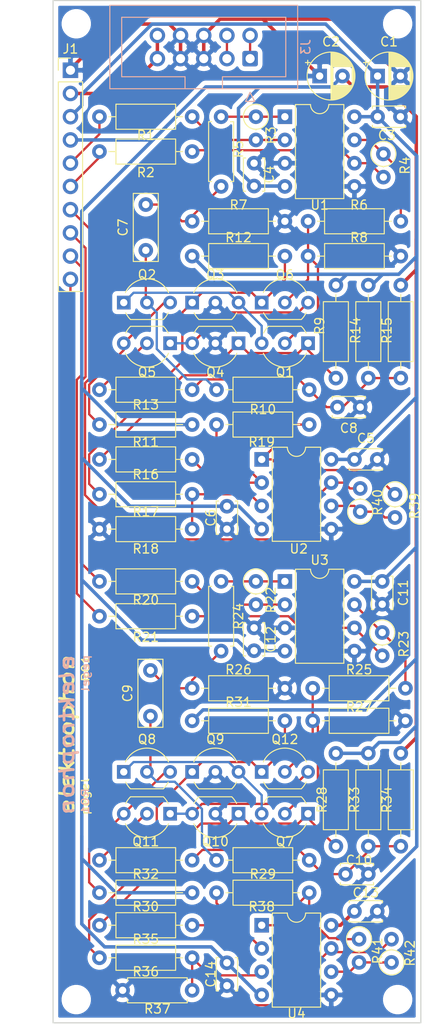
<source format=kicad_pcb>
(kicad_pcb (version 20171130) (host pcbnew 5.1.6-c6e7f7d~87~ubuntu20.04.1)
  (title_block (title pegel) (date 2020-09-20) (rev R01) (comment 1 "PCB for main circuit") (comment 2 "voltage controlled attenuator and ring modulator") (comment 4 "License CC BY 4.0 - Attribution 4.0 International"))
  (layers (0 F.Cu signal) (31 B.Cu signal) (34 B.Paste user) (35 F.Paste user) (36 B.SilkS user) (37 F.SilkS user) (38 B.Mask user) (39 F.Mask user) (44 Edge.Cuts user))
  (net 0 "")
  (net 1 GND)
  (net 2 +15V)
  (net 3 -15V)
  (net 4 +5V)
  (net 5 "Net-(Q1-Pad3)")
  (net 6 "Net-(Q2-Pad3)")
  (net 7 "Net-(Q5-Pad2)")
  (net 8 Xa)
  (net 9 "Net-(C7-Pad1)")
  (net 10 "Net-(C8-Pad2)")
  (net 11 /+VIN)
  (net 12 /-VIN)
  (net 13 OUT_b)
  (net 14 IN_2b)
  (net 15 IN_1b)
  (net 16 OUT_a)
  (net 17 IN_2a)
  (net 18 IN_1a)
  (net 19 DIFF1_a)
  (net 20 Ya)
  (net 21 DIFF2_a)
  (net 22 "Net-(Q4-Pad3)")
  (net 23 "Net-(R1-Pad1)")
  (net 24 "Net-(R2-Pad1)")
  (net 25 "Net-(R3-Pad1)")
  (net 26 "Net-(R4-Pad1)")
  (net 27 "Net-(R16-Pad2)")
  (net 28 "Net-(R17-Pad2)")
  (net 29 "Net-(R19-Pad2)")
  (net 30 "Net-(R39-Pad2)")
  (net 31 Xb)
  (net 32 "Net-(C9-Pad1)")
  (net 33 "Net-(C10-Pad2)")
  (net 34 DIFF1_b)
  (net 35 "Net-(Q7-Pad3)")
  (net 36 Yb)
  (net 37 "Net-(Q11-Pad3)")
  (net 38 DIFF2_b)
  (net 39 "Net-(Q10-Pad3)")
  (net 40 "Net-(Q11-Pad2)")
  (net 41 "Net-(R20-Pad1)")
  (net 42 "Net-(R21-Pad1)")
  (net 43 "Net-(R22-Pad1)")
  (net 44 "Net-(R23-Pad1)")
  (net 45 "Net-(R35-Pad2)")
  (net 46 "Net-(R36-Pad2)")
  (net 47 "Net-(R38-Pad2)")
  (net 48 "Net-(R41-Pad2)")
  (module MountingHole:MountingHole_2.2mm_M2 (layer F.Cu) (at 53.34 160.02)
    (fp_text reference REF** hide)
    (fp_text value MountingHole_2.2mm_M2 hide)
    (pad 1 np_thru_hole circle (at 0 0) (size 2.2 2.2) (drill 2.2) (layers *.Cu *.Mask))
  )
  (module MountingHole:MountingHole_2.2mm_M2 (layer F.Cu) (at 88.56 160.02)
    (fp_text reference REF** hide)
    (fp_text value MountingHole_2.2mm_M2 hide)
    (pad 1 np_thru_hole circle (at 0 0) (size 2.2 2.2) (drill 2.2) (layers *.Cu *.Mask))
  )
  (module MountingHole:MountingHole_2.2mm_M2 (layer F.Cu) (at 88.56 53.34)
    (fp_text reference REF** hide)
    (fp_text value MountingHole_2.2mm_M2 hide)
    (pad 1 np_thru_hole circle (at 0 0) (size 2.2 2.2) (drill 2.2) (layers *.Cu *.Mask))
  )
  (module MountingHole:MountingHole_2.2mm_M2 (layer F.Cu) (at 53.34 53.34)
    (fp_text reference REF** hide)
    (fp_text value MountingHole_2.2mm_M2 hide)
    (pad 1 np_thru_hole circle (at 0 0) (size 2.2 2.2) (drill 2.2) (layers *.Cu *.Mask))
  )
  (module Connector_PinHeader_2.54mm:PinHeader_1x10_P2.54mm_Vertical (layer F.Cu) (at 52.705 58.42)
    (fp_text reference J1 (at 0 -2.33) (layer F.SilkS))
    (fp_text value Conn_01x10_Female)
    (pad 10 thru_hole oval (at 0 22.86) (size 1.7 1.7) (drill 1) (layers *.Cu *.Mask) (net 13 OUT_b))
    (pad 9 thru_hole oval (at 0 20.32) (size 1.7 1.7) (drill 1) (layers *.Cu *.Mask) (net 14 IN_2b))
    (pad 8 thru_hole oval (at 0 17.78) (size 1.7 1.7) (drill 1) (layers *.Cu *.Mask) (net 15 IN_1b))
    (pad 7 thru_hole oval (at 0 15.24) (size 1.7 1.7) (drill 1) (layers *.Cu *.Mask) (net 16 OUT_a))
    (pad 6 thru_hole oval (at 0 12.7) (size 1.7 1.7) (drill 1) (layers *.Cu *.Mask) (net 17 IN_2a))
    (pad 5 thru_hole oval (at 0 10.16) (size 1.7 1.7) (drill 1) (layers *.Cu *.Mask) (net 18 IN_1a))
    (pad 4 thru_hole oval (at 0 7.62) (size 1.7 1.7) (drill 1) (layers *.Cu *.Mask) (net 3 -15V))
    (pad 3 thru_hole oval (at 0 5.08) (size 1.7 1.7) (drill 1) (layers *.Cu *.Mask) (net 2 +15V))
    (pad 2 thru_hole oval (at 0 2.54) (size 1.7 1.7) (drill 1) (layers *.Cu *.Mask) (net 4 +5V))
    (pad 1 thru_hole rect (at 0 0) (size 1.7 1.7) (drill 1) (layers *.Cu *.Mask) (net 1 GND))
  )
  (module Capacitor_THT:C_Rect_L7.2mm_W2.5mm_P5.00mm_FKS2_FKP2_MKS2_MKP2 (layer F.Cu) (at 61.468 129.032 90)
    (fp_text reference C9 (at 2.5 -2.5 90) (layer F.SilkS))
    (fp_text value 0.22u)
    (pad 2 thru_hole circle (at 5 0 90) (size 1.6 1.6) (drill 0.8) (layers *.Cu *.Mask) (net 31 Xb))
    (pad 1 thru_hole circle (at 0 0 90) (size 1.6 1.6) (drill 0.8) (layers *.Cu *.Mask) (net 32 "Net-(C9-Pad1)"))
  )
  (module Capacitor_THT:C_Rect_L7.2mm_W2.5mm_P5.00mm_FKS2_FKP2_MKS2_MKP2 (layer F.Cu) (at 60.96 78.105 90)
    (fp_text reference C7 (at 2.5 -2.5 90) (layer F.SilkS))
    (fp_text value 0.22u)
    (pad 2 thru_hole circle (at 5 0 90) (size 1.6 1.6) (drill 0.8) (layers *.Cu *.Mask) (net 8 Xa))
    (pad 1 thru_hole circle (at 0 0 90) (size 1.6 1.6) (drill 0.8) (layers *.Cu *.Mask) (net 9 "Net-(C7-Pad1)"))
  )
  (module Resistor_THT:R_Axial_DIN0207_L6.3mm_D2.5mm_P7.62mm_Horizontal (layer F.Cu) (at 58.42 159.004)
    (fp_text reference R37 (at 3.81 2.032) (layer F.SilkS))
    (fp_text value 440k)
    (pad 2 thru_hole oval (at 7.62 0) (size 1.6 1.6) (drill 0.8) (layers *.Cu *.Mask) (net 46 "Net-(R36-Pad2)"))
    (pad 1 thru_hole circle (at 0 0) (size 1.6 1.6) (drill 0.8) (layers *.Cu *.Mask) (net 1 GND))
  )
  (module Resistor_THT:R_Axial_DIN0207_L6.3mm_D2.5mm_P2.54mm_Vertical (layer F.Cu) (at 87.884 155.956 90)
    (fp_text reference R42 (at 1.016 2.032 90) (layer F.SilkS))
    (fp_text value 100k)
    (pad 2 thru_hole oval (at 2.54 0 90) (size 1.6 1.6) (drill 0.8) (layers *.Cu *.Mask) (net 13 OUT_b))
    (pad 1 thru_hole circle (at 0 0 90) (size 1.6 1.6) (drill 0.8) (layers *.Cu *.Mask) (net 48 "Net-(R41-Pad2)"))
  )
  (module Resistor_THT:R_Axial_DIN0207_L6.3mm_D2.5mm_P2.54mm_Vertical (layer F.Cu) (at 84.328 153.416 270)
    (fp_text reference R41 (at 1.27 -2.032 90) (layer F.SilkS))
    (fp_text value 100k)
    (pad 2 thru_hole oval (at 2.54 0 270) (size 1.6 1.6) (drill 0.8) (layers *.Cu *.Mask) (net 48 "Net-(R41-Pad2)"))
    (pad 1 thru_hole circle (at 0 0 270) (size 1.6 1.6) (drill 0.8) (layers *.Cu *.Mask) (net 47 "Net-(R38-Pad2)"))
  )
  (module Resistor_THT:R_Axial_DIN0207_L6.3mm_D2.5mm_P7.62mm_Horizontal (layer F.Cu) (at 69.215 121.92 90)
    (fp_text reference R24 (at 3.81 1.905 90) (layer F.SilkS))
    (fp_text value 10k)
    (pad 2 thru_hole oval (at 7.62 0 90) (size 1.6 1.6) (drill 0.8) (layers *.Cu *.Mask) (net 43 "Net-(R22-Pad1)"))
    (pad 1 thru_hole circle (at 0 0 90) (size 1.6 1.6) (drill 0.8) (layers *.Cu *.Mask) (net 31 Xb))
  )
  (module Resistor_THT:R_Axial_DIN0207_L6.3mm_D2.5mm_P2.54mm_Vertical (layer F.Cu) (at 86.868 119.888 270)
    (fp_text reference R23 (at 1.27 -2.37 90) (layer F.SilkS))
    (fp_text value 100k)
    (pad 2 thru_hole oval (at 2.54 0 270) (size 1.6 1.6) (drill 0.8) (layers *.Cu *.Mask) (net 42 "Net-(R21-Pad1)"))
    (pad 1 thru_hole circle (at 0 0 270) (size 1.6 1.6) (drill 0.8) (layers *.Cu *.Mask) (net 44 "Net-(R23-Pad1)"))
  )
  (module Resistor_THT:R_Axial_DIN0207_L6.3mm_D2.5mm_P2.54mm_Vertical (layer F.Cu) (at 73.025 114.3 270)
    (fp_text reference R22 (at 2.032 -1.651 90) (layer F.SilkS))
    (fp_text value 100k)
    (pad 2 thru_hole oval (at 2.54 0 270) (size 1.6 1.6) (drill 0.8) (layers *.Cu *.Mask) (net 41 "Net-(R20-Pad1)"))
    (pad 1 thru_hole circle (at 0 0 270) (size 1.6 1.6) (drill 0.8) (layers *.Cu *.Mask) (net 43 "Net-(R22-Pad1)"))
  )
  (module Package_DIP:DIP-8_W7.62mm (layer F.Cu) (at 73.66 151.892)
    (fp_text reference U4 (at 3.81 9.652) (layer F.SilkS))
    (fp_text value TL072)
    (pad 8 thru_hole oval (at 7.62 0) (size 1.6 1.6) (drill 0.8) (layers *.Cu *.Mask) (net 2 +15V))
    (pad 4 thru_hole oval (at 0 7.62) (size 1.6 1.6) (drill 0.8) (layers *.Cu *.Mask) (net 3 -15V))
    (pad 7 thru_hole oval (at 7.62 2.54) (size 1.6 1.6) (drill 0.8) (layers *.Cu *.Mask) (net 13 OUT_b))
    (pad 3 thru_hole oval (at 0 5.08) (size 1.6 1.6) (drill 0.8) (layers *.Cu *.Mask) (net 46 "Net-(R36-Pad2)"))
    (pad 6 thru_hole oval (at 7.62 5.08) (size 1.6 1.6) (drill 0.8) (layers *.Cu *.Mask) (net 48 "Net-(R41-Pad2)"))
    (pad 2 thru_hole oval (at 0 2.54) (size 1.6 1.6) (drill 0.8) (layers *.Cu *.Mask) (net 45 "Net-(R35-Pad2)"))
    (pad 5 thru_hole oval (at 7.62 7.62) (size 1.6 1.6) (drill 0.8) (layers *.Cu *.Mask) (net 1 GND))
    (pad 1 thru_hole rect (at 0 0) (size 1.6 1.6) (drill 0.8) (layers *.Cu *.Mask) (net 47 "Net-(R38-Pad2)"))
  )
  (module Package_DIP:DIP-8_W7.62mm (layer F.Cu) (at 76.2 114.3)
    (fp_text reference U3 (at 3.81 -2.33) (layer F.SilkS))
    (fp_text value TL072)
    (pad 8 thru_hole oval (at 7.62 0) (size 1.6 1.6) (drill 0.8) (layers *.Cu *.Mask) (net 2 +15V))
    (pad 4 thru_hole oval (at 0 7.62) (size 1.6 1.6) (drill 0.8) (layers *.Cu *.Mask) (net 3 -15V))
    (pad 7 thru_hole oval (at 7.62 2.54) (size 1.6 1.6) (drill 0.8) (layers *.Cu *.Mask) (net 44 "Net-(R23-Pad1)"))
    (pad 3 thru_hole oval (at 0 5.08) (size 1.6 1.6) (drill 0.8) (layers *.Cu *.Mask) (net 1 GND))
    (pad 6 thru_hole oval (at 7.62 5.08) (size 1.6 1.6) (drill 0.8) (layers *.Cu *.Mask) (net 42 "Net-(R21-Pad1)"))
    (pad 2 thru_hole oval (at 0 2.54) (size 1.6 1.6) (drill 0.8) (layers *.Cu *.Mask) (net 41 "Net-(R20-Pad1)"))
    (pad 5 thru_hole oval (at 7.62 7.62) (size 1.6 1.6) (drill 0.8) (layers *.Cu *.Mask) (net 1 GND))
    (pad 1 thru_hole rect (at 0 0) (size 1.6 1.6) (drill 0.8) (layers *.Cu *.Mask) (net 43 "Net-(R22-Pad1)"))
  )
  (module Resistor_THT:R_Axial_DIN0207_L6.3mm_D2.5mm_P10.16mm_Horizontal (layer F.Cu) (at 68.707 148.336)
    (fp_text reference R38 (at 4.953 1.524) (layer F.SilkS))
    (fp_text value 440k)
    (pad 1 thru_hole circle (at 0 0) (size 1.6 1.6) (drill 0.8) (layers *.Cu *.Mask) (net 45 "Net-(R35-Pad2)"))
    (pad 2 thru_hole oval (at 10.16 0) (size 1.6 1.6) (drill 0.8) (layers *.Cu *.Mask) (net 47 "Net-(R38-Pad2)"))
  )
  (module Resistor_THT:R_Axial_DIN0207_L6.3mm_D2.5mm_P10.16mm_Horizontal (layer F.Cu) (at 55.88 155.448)
    (fp_text reference R36 (at 5.08 1.524) (layer F.SilkS))
    (fp_text value 10k)
    (pad 2 thru_hole oval (at 10.16 0) (size 1.6 1.6) (drill 0.8) (layers *.Cu *.Mask) (net 46 "Net-(R36-Pad2)"))
    (pad 1 thru_hole circle (at 0 0) (size 1.6 1.6) (drill 0.8) (layers *.Cu *.Mask) (net 38 DIFF2_b))
  )
  (module Resistor_THT:R_Axial_DIN0207_L6.3mm_D2.5mm_P10.16mm_Horizontal (layer F.Cu) (at 55.88 151.892)
    (fp_text reference R35 (at 5.08 1.524) (layer F.SilkS))
    (fp_text value 10k)
    (pad 2 thru_hole oval (at 10.16 0) (size 1.6 1.6) (drill 0.8) (layers *.Cu *.Mask) (net 45 "Net-(R35-Pad2)"))
    (pad 1 thru_hole circle (at 0 0) (size 1.6 1.6) (drill 0.8) (layers *.Cu *.Mask) (net 34 DIFF1_b))
  )
  (module Resistor_THT:R_Axial_DIN0207_L6.3mm_D2.5mm_P10.16mm_Horizontal (layer F.Cu) (at 88.9 143.256 90)
    (fp_text reference R34 (at 5.08 -1.524 90) (layer F.SilkS))
    (fp_text value 1k)
    (pad 2 thru_hole oval (at 10.16 0 90) (size 1.6 1.6) (drill 0.8) (layers *.Cu *.Mask) (net 3 -15V))
    (pad 1 thru_hole circle (at 0 0 90) (size 1.6 1.6) (drill 0.8) (layers *.Cu *.Mask) (net 33 "Net-(C10-Pad2)"))
  )
  (module Resistor_THT:R_Axial_DIN0207_L6.3mm_D2.5mm_P10.16mm_Horizontal (layer F.Cu) (at 85.344 133.096 270)
    (fp_text reference R33 (at 5.08 1.524 90) (layer F.SilkS))
    (fp_text value 3k)
    (pad 2 thru_hole oval (at 10.16 0 270) (size 1.6 1.6) (drill 0.8) (layers *.Cu *.Mask) (net 33 "Net-(C10-Pad2)"))
    (pad 1 thru_hole circle (at 0 0 270) (size 1.6 1.6) (drill 0.8) (layers *.Cu *.Mask) (net 2 +15V))
  )
  (module Resistor_THT:R_Axial_DIN0207_L6.3mm_D2.5mm_P10.16mm_Horizontal (layer F.Cu) (at 66.04 144.78 180)
    (fp_text reference R32 (at 5.08 -1.524) (layer F.SilkS))
    (fp_text value 2.2k)
    (pad 2 thru_hole oval (at 10.16 0 180) (size 1.6 1.6) (drill 0.8) (layers *.Cu *.Mask) (net 40 "Net-(Q11-Pad2)"))
    (pad 1 thru_hole circle (at 0 0 180) (size 1.6 1.6) (drill 0.8) (layers *.Cu *.Mask) (net 33 "Net-(C10-Pad2)"))
  )
  (module Resistor_THT:R_Axial_DIN0207_L6.3mm_D2.5mm_P10.16mm_Horizontal (layer F.Cu) (at 66.04 129.54)
    (fp_text reference R31 (at 5.08 -2.032) (layer F.SilkS))
    (fp_text value 720)
    (pad 2 thru_hole oval (at 10.16 0) (size 1.6 1.6) (drill 0.8) (layers *.Cu *.Mask) (net 38 DIFF2_b))
    (pad 1 thru_hole circle (at 0 0) (size 1.6 1.6) (drill 0.8) (layers *.Cu *.Mask) (net 2 +15V))
  )
  (module Resistor_THT:R_Axial_DIN0207_L6.3mm_D2.5mm_P10.16mm_Horizontal (layer F.Cu) (at 55.88 148.336)
    (fp_text reference R30 (at 5.08 1.524) (layer F.SilkS))
    (fp_text value 720)
    (pad 2 thru_hole oval (at 10.16 0) (size 1.6 1.6) (drill 0.8) (layers *.Cu *.Mask) (net 3 -15V))
    (pad 1 thru_hole circle (at 0 0) (size 1.6 1.6) (drill 0.8) (layers *.Cu *.Mask) (net 37 "Net-(Q11-Pad3)"))
  )
  (module Resistor_THT:R_Axial_DIN0207_L6.3mm_D2.5mm_P10.16mm_Horizontal (layer F.Cu) (at 78.867 144.78 180)
    (fp_text reference R29 (at 5.08 -1.524) (layer F.SilkS))
    (fp_text value 2.2k)
    (pad 1 thru_hole circle (at 0 0 180) (size 1.6 1.6) (drill 0.8) (layers *.Cu *.Mask) (net 33 "Net-(C10-Pad2)"))
    (pad 2 thru_hole oval (at 10.16 0 180) (size 1.6 1.6) (drill 0.8) (layers *.Cu *.Mask) (net 32 "Net-(C9-Pad1)"))
  )
  (module Resistor_THT:R_Axial_DIN0207_L6.3mm_D2.5mm_P10.16mm_Horizontal (layer F.Cu) (at 81.788 133.096 270)
    (fp_text reference R28 (at 5.08 1.524 90) (layer F.SilkS))
    (fp_text value 720)
    (pad 2 thru_hole oval (at 10.16 0 270) (size 1.6 1.6) (drill 0.8) (layers *.Cu *.Mask) (net 34 DIFF1_b))
    (pad 1 thru_hole circle (at 0 0 270) (size 1.6 1.6) (drill 0.8) (layers *.Cu *.Mask) (net 2 +15V))
  )
  (module Resistor_THT:R_Axial_DIN0207_L6.3mm_D2.5mm_P10.16mm_Horizontal (layer F.Cu) (at 89.408 129.54 180)
    (fp_text reference R27 (at 5.08 1.524) (layer F.SilkS))
    (fp_text value 22)
    (pad 2 thru_hole oval (at 10.16 0 180) (size 1.6 1.6) (drill 0.8) (layers *.Cu *.Mask) (net 36 Yb))
    (pad 1 thru_hole circle (at 0 0 180) (size 1.6 1.6) (drill 0.8) (layers *.Cu *.Mask) (net 1 GND))
  )
  (module Resistor_THT:R_Axial_DIN0207_L6.3mm_D2.5mm_P10.16mm_Horizontal (layer F.Cu) (at 76.2 125.984 180)
    (fp_text reference R26 (at 5.08 2.032) (layer F.SilkS))
    (fp_text value 22)
    (pad 2 thru_hole oval (at 10.16 0 180) (size 1.6 1.6) (drill 0.8) (layers *.Cu *.Mask) (net 31 Xb))
    (pad 1 thru_hole circle (at 0 0 180) (size 1.6 1.6) (drill 0.8) (layers *.Cu *.Mask) (net 1 GND))
  )
  (module Resistor_THT:R_Axial_DIN0207_L6.3mm_D2.5mm_P10.16mm_Horizontal (layer F.Cu) (at 79.248 125.984)
    (fp_text reference R25 (at 5.08 -2.032) (layer F.SilkS))
    (fp_text value 10k)
    (pad 2 thru_hole oval (at 10.16 0) (size 1.6 1.6) (drill 0.8) (layers *.Cu *.Mask) (net 44 "Net-(R23-Pad1)"))
    (pad 1 thru_hole circle (at 0 0) (size 1.6 1.6) (drill 0.8) (layers *.Cu *.Mask) (net 36 Yb))
  )
  (module Resistor_THT:R_Axial_DIN0207_L6.3mm_D2.5mm_P10.16mm_Horizontal (layer F.Cu) (at 66.04 118.11 180)
    (fp_text reference R21 (at 5.08 -2.286) (layer F.SilkS))
    (fp_text value 100k)
    (pad 2 thru_hole oval (at 10.16 0 180) (size 1.6 1.6) (drill 0.8) (layers *.Cu *.Mask) (net 14 IN_2b))
    (pad 1 thru_hole circle (at 0 0 180) (size 1.6 1.6) (drill 0.8) (layers *.Cu *.Mask) (net 42 "Net-(R21-Pad1)"))
  )
  (module Resistor_THT:R_Axial_DIN0207_L6.3mm_D2.5mm_P10.16mm_Horizontal (layer F.Cu) (at 66.04 114.3 180)
    (fp_text reference R20 (at 5.08 -2.032) (layer F.SilkS))
    (fp_text value 100k)
    (pad 2 thru_hole oval (at 10.16 0 180) (size 1.6 1.6) (drill 0.8) (layers *.Cu *.Mask) (net 15 IN_1b))
    (pad 1 thru_hole circle (at 0 0 180) (size 1.6 1.6) (drill 0.8) (layers *.Cu *.Mask) (net 41 "Net-(R20-Pad1)"))
  )
  (module Package_TO_SOT_THT:TO-92_Inline_Wide (layer F.Cu) (at 73.66 135.128)
    (fp_text reference Q12 (at 2.54 -3.56) (layer F.SilkS))
    (fp_text value BC550)
    (pad 1 thru_hole rect (at 0 0 90) (size 1.5 1.5) (drill 0.8) (layers *.Cu *.Mask) (net 38 DIFF2_b))
    (pad 3 thru_hole circle (at 5.08 0 90) (size 1.5 1.5) (drill 0.8) (layers *.Cu *.Mask) (net 39 "Net-(Q10-Pad3)"))
    (pad 2 thru_hole circle (at 2.54 0 90) (size 1.5 1.5) (drill 0.8) (layers *.Cu *.Mask) (net 36 Yb))
  )
  (module Package_TO_SOT_THT:TO-92_Inline_Wide (layer F.Cu) (at 63.627 139.7 180)
    (fp_text reference Q11 (at 2.667 -3.048) (layer F.SilkS))
    (fp_text value BC550)
    (pad 1 thru_hole rect (at 0 0 270) (size 1.5 1.5) (drill 0.8) (layers *.Cu *.Mask) (net 39 "Net-(Q10-Pad3)"))
    (pad 3 thru_hole circle (at 5.08 0 270) (size 1.5 1.5) (drill 0.8) (layers *.Cu *.Mask) (net 37 "Net-(Q11-Pad3)"))
    (pad 2 thru_hole circle (at 2.54 0 270) (size 1.5 1.5) (drill 0.8) (layers *.Cu *.Mask) (net 40 "Net-(Q11-Pad2)"))
  )
  (module Package_TO_SOT_THT:TO-92_Inline_Wide (layer F.Cu) (at 71.12 139.7 180)
    (fp_text reference Q10 (at 2.54 -3.048) (layer F.SilkS))
    (fp_text value BC550)
    (pad 1 thru_hole rect (at 0 0 270) (size 1.5 1.5) (drill 0.8) (layers *.Cu *.Mask) (net 34 DIFF1_b))
    (pad 3 thru_hole circle (at 5.08 0 270) (size 1.5 1.5) (drill 0.8) (layers *.Cu *.Mask) (net 39 "Net-(Q10-Pad3)"))
    (pad 2 thru_hole circle (at 2.54 0 270) (size 1.5 1.5) (drill 0.8) (layers *.Cu *.Mask) (net 1 GND))
  )
  (module Package_TO_SOT_THT:TO-92_Inline_Wide (layer F.Cu) (at 66.04 135.128)
    (fp_text reference Q9 (at 2.54 -3.56) (layer F.SilkS))
    (fp_text value BC550)
    (pad 1 thru_hole rect (at 0 0 90) (size 1.5 1.5) (drill 0.8) (layers *.Cu *.Mask) (net 38 DIFF2_b))
    (pad 3 thru_hole circle (at 5.08 0 90) (size 1.5 1.5) (drill 0.8) (layers *.Cu *.Mask) (net 35 "Net-(Q7-Pad3)"))
    (pad 2 thru_hole circle (at 2.54 0 90) (size 1.5 1.5) (drill 0.8) (layers *.Cu *.Mask) (net 1 GND))
  )
  (module Package_TO_SOT_THT:TO-92_Inline_Wide (layer F.Cu) (at 58.547 135.128)
    (fp_text reference Q8 (at 2.54 -3.56) (layer F.SilkS))
    (fp_text value BC550)
    (pad 1 thru_hole rect (at 0 0 90) (size 1.5 1.5) (drill 0.8) (layers *.Cu *.Mask) (net 35 "Net-(Q7-Pad3)"))
    (pad 3 thru_hole circle (at 5.08 0 90) (size 1.5 1.5) (drill 0.8) (layers *.Cu *.Mask) (net 37 "Net-(Q11-Pad3)"))
    (pad 2 thru_hole circle (at 2.54 0 90) (size 1.5 1.5) (drill 0.8) (layers *.Cu *.Mask) (net 32 "Net-(C9-Pad1)"))
  )
  (module Package_TO_SOT_THT:TO-92_Inline_Wide (layer F.Cu) (at 78.74 139.7 180)
    (fp_text reference Q7 (at 2.54 -3.048) (layer F.SilkS))
    (fp_text value BC550)
    (pad 1 thru_hole rect (at 0 0 270) (size 1.5 1.5) (drill 0.8) (layers *.Cu *.Mask) (net 34 DIFF1_b))
    (pad 3 thru_hole circle (at 5.08 0 270) (size 1.5 1.5) (drill 0.8) (layers *.Cu *.Mask) (net 35 "Net-(Q7-Pad3)"))
    (pad 2 thru_hole circle (at 2.54 0 270) (size 1.5 1.5) (drill 0.8) (layers *.Cu *.Mask) (net 36 Yb))
  )
  (module Capacitor_THT:C_Disc_D3.4mm_W2.1mm_P2.50mm (layer F.Cu) (at 69.85 158.496 90)
    (fp_text reference C14 (at 1.25 -1.778 90) (layer F.SilkS))
    (fp_text value 0.1u)
    (pad 2 thru_hole circle (at 2.5 0 90) (size 1.6 1.6) (drill 0.8) (layers *.Cu *.Mask) (net 3 -15V))
    (pad 1 thru_hole circle (at 0 0 90) (size 1.6 1.6) (drill 0.8) (layers *.Cu *.Mask) (net 1 GND))
  )
  (module Capacitor_THT:C_Disc_D3.4mm_W2.1mm_P2.50mm (layer F.Cu) (at 83.82 150.368)
    (fp_text reference C13 (at 1.25 -2.032) (layer F.SilkS))
    (fp_text value 0.1u)
    (pad 2 thru_hole circle (at 2.5 0) (size 1.6 1.6) (drill 0.8) (layers *.Cu *.Mask) (net 1 GND))
    (pad 1 thru_hole circle (at 0 0) (size 1.6 1.6) (drill 0.8) (layers *.Cu *.Mask) (net 2 +15V))
  )
  (module Capacitor_THT:C_Disc_D3.4mm_W2.1mm_P2.50mm (layer F.Cu) (at 72.825 119.38 270)
    (fp_text reference C12 (at 1.25 -1.851 90) (layer F.SilkS))
    (fp_text value 0.1u)
    (pad 2 thru_hole circle (at 2.5 0 270) (size 1.6 1.6) (drill 0.8) (layers *.Cu *.Mask) (net 3 -15V))
    (pad 1 thru_hole circle (at 0 0 270) (size 1.6 1.6) (drill 0.8) (layers *.Cu *.Mask) (net 1 GND))
  )
  (module Capacitor_THT:C_Disc_D3.4mm_W2.1mm_P2.50mm (layer F.Cu) (at 86.868 114.3 270)
    (fp_text reference C11 (at 1.25 -2.3 90) (layer F.SilkS))
    (fp_text value 0.1u)
    (pad 2 thru_hole circle (at 2.5 0 270) (size 1.6 1.6) (drill 0.8) (layers *.Cu *.Mask) (net 1 GND))
    (pad 1 thru_hole circle (at 0 0 270) (size 1.6 1.6) (drill 0.8) (layers *.Cu *.Mask) (net 2 +15V))
  )
  (module Capacitor_THT:C_Disc_D3.4mm_W2.1mm_P2.50mm (layer F.Cu) (at 85.344 146.304 180)
    (fp_text reference C10 (at 1.016 1.524) (layer F.SilkS))
    (fp_text value 0.1u)
    (pad 2 thru_hole circle (at 2.5 0 180) (size 1.6 1.6) (drill 0.8) (layers *.Cu *.Mask) (net 33 "Net-(C10-Pad2)"))
    (pad 1 thru_hole circle (at 0 0 180) (size 1.6 1.6) (drill 0.8) (layers *.Cu *.Mask) (net 1 GND))
  )
  (module Resistor_THT:R_Axial_DIN0207_L6.3mm_D2.5mm_P2.54mm_Vertical (layer F.Cu) (at 84.455 106.68 90)
    (fp_text reference R40 (at 1.016 1.905 90) (layer F.SilkS))
    (fp_text value 100k)
    (pad 2 thru_hole oval (at 2.54 0 90) (size 1.6 1.6) (drill 0.8) (layers *.Cu *.Mask) (net 16 OUT_a))
    (pad 1 thru_hole circle (at 0 0 90) (size 1.6 1.6) (drill 0.8) (layers *.Cu *.Mask) (net 30 "Net-(R39-Pad2)"))
  )
  (module Resistor_THT:R_Axial_DIN0207_L6.3mm_D2.5mm_P2.54mm_Vertical (layer F.Cu) (at 88.265 104.775 270)
    (fp_text reference R39 (at 1.27 -2.159 90) (layer F.SilkS))
    (fp_text value 100k)
    (pad 2 thru_hole oval (at 2.54 0 270) (size 1.6 1.6) (drill 0.8) (layers *.Cu *.Mask) (net 30 "Net-(R39-Pad2)"))
    (pad 1 thru_hole circle (at 0 0 270) (size 1.6 1.6) (drill 0.8) (layers *.Cu *.Mask) (net 29 "Net-(R19-Pad2)"))
  )
  (module Resistor_THT:R_Axial_DIN0207_L6.3mm_D2.5mm_P7.62mm_Horizontal (layer F.Cu) (at 69.215 71.12 90)
    (fp_text reference R5 (at 4.064 1.905 90) (layer F.SilkS))
    (fp_text value 10k)
    (pad 2 thru_hole oval (at 7.62 0 90) (size 1.6 1.6) (drill 0.8) (layers *.Cu *.Mask) (net 25 "Net-(R3-Pad1)"))
    (pad 1 thru_hole circle (at 0 0 90) (size 1.6 1.6) (drill 0.8) (layers *.Cu *.Mask) (net 8 Xa))
  )
  (module Resistor_THT:R_Axial_DIN0207_L6.3mm_D2.5mm_P2.54mm_Vertical (layer F.Cu) (at 86.995 67.564 270)
    (fp_text reference R4 (at 1.27 -2.37 90) (layer F.SilkS))
    (fp_text value 100k)
    (pad 2 thru_hole oval (at 2.54 0 270) (size 1.6 1.6) (drill 0.8) (layers *.Cu *.Mask) (net 24 "Net-(R2-Pad1)"))
    (pad 1 thru_hole circle (at 0 0 270) (size 1.6 1.6) (drill 0.8) (layers *.Cu *.Mask) (net 26 "Net-(R4-Pad1)"))
  )
  (module Resistor_THT:R_Axial_DIN0207_L6.3mm_D2.5mm_P2.54mm_Vertical (layer F.Cu) (at 73.025 63.5 270)
    (fp_text reference R3 (at 2.032 -1.651 90) (layer F.SilkS))
    (fp_text value 100k)
    (pad 2 thru_hole oval (at 2.54 0 270) (size 1.6 1.6) (drill 0.8) (layers *.Cu *.Mask) (net 23 "Net-(R1-Pad1)"))
    (pad 1 thru_hole circle (at 0 0 270) (size 1.6 1.6) (drill 0.8) (layers *.Cu *.Mask) (net 25 "Net-(R3-Pad1)"))
  )
  (module Package_DIP:DIP-8_W7.62mm (layer F.Cu) (at 73.66 100.965)
    (fp_text reference U2 (at 4.064 9.779) (layer F.SilkS))
    (fp_text value TL072)
    (pad 8 thru_hole oval (at 7.62 0) (size 1.6 1.6) (drill 0.8) (layers *.Cu *.Mask) (net 2 +15V))
    (pad 4 thru_hole oval (at 0 7.62) (size 1.6 1.6) (drill 0.8) (layers *.Cu *.Mask) (net 3 -15V))
    (pad 7 thru_hole oval (at 7.62 2.54) (size 1.6 1.6) (drill 0.8) (layers *.Cu *.Mask) (net 16 OUT_a))
    (pad 3 thru_hole oval (at 0 5.08) (size 1.6 1.6) (drill 0.8) (layers *.Cu *.Mask) (net 28 "Net-(R17-Pad2)"))
    (pad 6 thru_hole oval (at 7.62 5.08) (size 1.6 1.6) (drill 0.8) (layers *.Cu *.Mask) (net 30 "Net-(R39-Pad2)"))
    (pad 2 thru_hole oval (at 0 2.54) (size 1.6 1.6) (drill 0.8) (layers *.Cu *.Mask) (net 27 "Net-(R16-Pad2)"))
    (pad 5 thru_hole oval (at 7.62 7.62) (size 1.6 1.6) (drill 0.8) (layers *.Cu *.Mask) (net 1 GND))
    (pad 1 thru_hole rect (at 0 0) (size 1.6 1.6) (drill 0.8) (layers *.Cu *.Mask) (net 29 "Net-(R19-Pad2)"))
  )
  (module Package_DIP:DIP-8_W7.62mm (layer F.Cu) (at 76.2 63.5)
    (fp_text reference U1 (at 3.81 9.652) (layer F.SilkS))
    (fp_text value TL072)
    (pad 8 thru_hole oval (at 7.62 0) (size 1.6 1.6) (drill 0.8) (layers *.Cu *.Mask) (net 2 +15V))
    (pad 4 thru_hole oval (at 0 7.62) (size 1.6 1.6) (drill 0.8) (layers *.Cu *.Mask) (net 3 -15V))
    (pad 7 thru_hole oval (at 7.62 2.54) (size 1.6 1.6) (drill 0.8) (layers *.Cu *.Mask) (net 26 "Net-(R4-Pad1)"))
    (pad 3 thru_hole oval (at 0 5.08) (size 1.6 1.6) (drill 0.8) (layers *.Cu *.Mask) (net 1 GND))
    (pad 6 thru_hole oval (at 7.62 5.08) (size 1.6 1.6) (drill 0.8) (layers *.Cu *.Mask) (net 24 "Net-(R2-Pad1)"))
    (pad 2 thru_hole oval (at 0 2.54) (size 1.6 1.6) (drill 0.8) (layers *.Cu *.Mask) (net 23 "Net-(R1-Pad1)"))
    (pad 5 thru_hole oval (at 7.62 7.62) (size 1.6 1.6) (drill 0.8) (layers *.Cu *.Mask) (net 1 GND))
    (pad 1 thru_hole rect (at 0 0) (size 1.6 1.6) (drill 0.8) (layers *.Cu *.Mask) (net 25 "Net-(R3-Pad1)"))
  )
  (module Resistor_THT:R_Axial_DIN0207_L6.3mm_D2.5mm_P10.16mm_Horizontal (layer F.Cu) (at 68.707 97.155)
    (fp_text reference R19 (at 4.953 1.905) (layer F.SilkS))
    (fp_text value 440k)
    (pad 2 thru_hole oval (at 10.16 0) (size 1.6 1.6) (drill 0.8) (layers *.Cu *.Mask) (net 29 "Net-(R19-Pad2)"))
    (pad 1 thru_hole circle (at 0 0) (size 1.6 1.6) (drill 0.8) (layers *.Cu *.Mask) (net 27 "Net-(R16-Pad2)"))
  )
  (module Resistor_THT:R_Axial_DIN0207_L6.3mm_D2.5mm_P10.16mm_Horizontal (layer F.Cu) (at 55.88 108.585)
    (fp_text reference R18 (at 5.08 2.159) (layer F.SilkS))
    (fp_text value 440k)
    (pad 2 thru_hole oval (at 10.16 0) (size 1.6 1.6) (drill 0.8) (layers *.Cu *.Mask) (net 28 "Net-(R17-Pad2)"))
    (pad 1 thru_hole circle (at 0 0) (size 1.6 1.6) (drill 0.8) (layers *.Cu *.Mask) (net 1 GND))
  )
  (module Resistor_THT:R_Axial_DIN0207_L6.3mm_D2.5mm_P10.16mm_Horizontal (layer F.Cu) (at 55.88 104.775)
    (fp_text reference R17 (at 5.08 1.905) (layer F.SilkS))
    (fp_text value 10k)
    (pad 2 thru_hole oval (at 10.16 0) (size 1.6 1.6) (drill 0.8) (layers *.Cu *.Mask) (net 28 "Net-(R17-Pad2)"))
    (pad 1 thru_hole circle (at 0 0) (size 1.6 1.6) (drill 0.8) (layers *.Cu *.Mask) (net 21 DIFF2_a))
  )
  (module Resistor_THT:R_Axial_DIN0207_L6.3mm_D2.5mm_P10.16mm_Horizontal (layer F.Cu) (at 55.88 100.965)
    (fp_text reference R16 (at 5.08 1.651) (layer F.SilkS))
    (fp_text value 10k)
    (pad 2 thru_hole oval (at 10.16 0) (size 1.6 1.6) (drill 0.8) (layers *.Cu *.Mask) (net 27 "Net-(R16-Pad2)"))
    (pad 1 thru_hole circle (at 0 0) (size 1.6 1.6) (drill 0.8) (layers *.Cu *.Mask) (net 19 DIFF1_a))
  )
  (module Resistor_THT:R_Axial_DIN0207_L6.3mm_D2.5mm_P10.16mm_Horizontal (layer F.Cu) (at 88.9 92.075 90)
    (fp_text reference R15 (at 5.207 -1.524 90) (layer F.SilkS))
    (fp_text value 1k)
    (pad 2 thru_hole oval (at 10.16 0 90) (size 1.6 1.6) (drill 0.8) (layers *.Cu *.Mask) (net 3 -15V))
    (pad 1 thru_hole circle (at 0 0 90) (size 1.6 1.6) (drill 0.8) (layers *.Cu *.Mask) (net 10 "Net-(C8-Pad2)"))
  )
  (module Resistor_THT:R_Axial_DIN0207_L6.3mm_D2.5mm_P10.16mm_Horizontal (layer F.Cu) (at 85.344 81.915 270)
    (fp_text reference R14 (at 4.953 1.397 90) (layer F.SilkS))
    (fp_text value 3k)
    (pad 2 thru_hole oval (at 10.16 0 270) (size 1.6 1.6) (drill 0.8) (layers *.Cu *.Mask) (net 10 "Net-(C8-Pad2)"))
    (pad 1 thru_hole circle (at 0 0 270) (size 1.6 1.6) (drill 0.8) (layers *.Cu *.Mask) (net 2 +15V))
  )
  (module Resistor_THT:R_Axial_DIN0207_L6.3mm_D2.5mm_P10.16mm_Horizontal (layer F.Cu) (at 66.04 93.345 180)
    (fp_text reference R13 (at 5.08 -1.651) (layer F.SilkS))
    (fp_text value 2.2k)
    (pad 2 thru_hole oval (at 10.16 0 180) (size 1.6 1.6) (drill 0.8) (layers *.Cu *.Mask) (net 7 "Net-(Q5-Pad2)"))
    (pad 1 thru_hole circle (at 0 0 180) (size 1.6 1.6) (drill 0.8) (layers *.Cu *.Mask) (net 10 "Net-(C8-Pad2)"))
  )
  (module Resistor_THT:R_Axial_DIN0207_L6.3mm_D2.5mm_P10.16mm_Horizontal (layer F.Cu) (at 66.04 78.74)
    (fp_text reference R12 (at 5.08 -2.032) (layer F.SilkS))
    (fp_text value 720)
    (pad 2 thru_hole oval (at 10.16 0) (size 1.6 1.6) (drill 0.8) (layers *.Cu *.Mask) (net 21 DIFF2_a))
    (pad 1 thru_hole circle (at 0 0) (size 1.6 1.6) (drill 0.8) (layers *.Cu *.Mask) (net 2 +15V))
  )
  (module Resistor_THT:R_Axial_DIN0207_L6.3mm_D2.5mm_P10.16mm_Horizontal (layer F.Cu) (at 55.88 97.155)
    (fp_text reference R11 (at 5.08 1.905) (layer F.SilkS))
    (fp_text value 720)
    (pad 2 thru_hole oval (at 10.16 0) (size 1.6 1.6) (drill 0.8) (layers *.Cu *.Mask) (net 3 -15V))
    (pad 1 thru_hole circle (at 0 0) (size 1.6 1.6) (drill 0.8) (layers *.Cu *.Mask) (net 6 "Net-(Q2-Pad3)"))
  )
  (module Resistor_THT:R_Axial_DIN0207_L6.3mm_D2.5mm_P10.16mm_Horizontal (layer F.Cu) (at 78.867 93.345 180)
    (fp_text reference R10 (at 5.08 -2.159) (layer F.SilkS))
    (fp_text value 2.2k)
    (pad 1 thru_hole circle (at 0 0 180) (size 1.6 1.6) (drill 0.8) (layers *.Cu *.Mask) (net 10 "Net-(C8-Pad2)"))
    (pad 2 thru_hole oval (at 10.16 0 180) (size 1.6 1.6) (drill 0.8) (layers *.Cu *.Mask) (net 9 "Net-(C7-Pad1)"))
  )
  (module Resistor_THT:R_Axial_DIN0207_L6.3mm_D2.5mm_P10.16mm_Horizontal (layer F.Cu) (at 81.788 81.915 270)
    (fp_text reference R9 (at 4.445 1.778 90) (layer F.SilkS))
    (fp_text value 720)
    (pad 2 thru_hole oval (at 10.16 0 270) (size 1.6 1.6) (drill 0.8) (layers *.Cu *.Mask) (net 19 DIFF1_a))
    (pad 1 thru_hole circle (at 0 0 270) (size 1.6 1.6) (drill 0.8) (layers *.Cu *.Mask) (net 2 +15V))
  )
  (module Resistor_THT:R_Axial_DIN0207_L6.3mm_D2.5mm_P10.16mm_Horizontal (layer F.Cu) (at 88.9 78.74 180)
    (fp_text reference R8 (at 4.572 2.032) (layer F.SilkS))
    (fp_text value 22)
    (pad 2 thru_hole oval (at 10.16 0 180) (size 1.6 1.6) (drill 0.8) (layers *.Cu *.Mask) (net 20 Ya))
    (pad 1 thru_hole circle (at 0 0 180) (size 1.6 1.6) (drill 0.8) (layers *.Cu *.Mask) (net 1 GND))
  )
  (module Resistor_THT:R_Axial_DIN0207_L6.3mm_D2.5mm_P10.16mm_Horizontal (layer F.Cu) (at 76.2 74.93 180)
    (fp_text reference R7 (at 5.08 1.778) (layer F.SilkS))
    (fp_text value 22)
    (pad 2 thru_hole oval (at 10.16 0 180) (size 1.6 1.6) (drill 0.8) (layers *.Cu *.Mask) (net 8 Xa))
    (pad 1 thru_hole circle (at 0 0 180) (size 1.6 1.6) (drill 0.8) (layers *.Cu *.Mask) (net 1 GND))
  )
  (module Resistor_THT:R_Axial_DIN0207_L6.3mm_D2.5mm_P10.16mm_Horizontal (layer F.Cu) (at 78.74 74.93)
    (fp_text reference R6 (at 5.588 -1.778) (layer F.SilkS))
    (fp_text value 10k)
    (pad 2 thru_hole oval (at 10.16 0) (size 1.6 1.6) (drill 0.8) (layers *.Cu *.Mask) (net 26 "Net-(R4-Pad1)"))
    (pad 1 thru_hole circle (at 0 0) (size 1.6 1.6) (drill 0.8) (layers *.Cu *.Mask) (net 20 Ya))
  )
  (module Resistor_THT:R_Axial_DIN0207_L6.3mm_D2.5mm_P10.16mm_Horizontal (layer F.Cu) (at 66.04 67.31 180)
    (fp_text reference R2 (at 5.08 -2.286) (layer F.SilkS))
    (fp_text value 100k)
    (pad 2 thru_hole oval (at 10.16 0 180) (size 1.6 1.6) (drill 0.8) (layers *.Cu *.Mask) (net 17 IN_2a))
    (pad 1 thru_hole circle (at 0 0 180) (size 1.6 1.6) (drill 0.8) (layers *.Cu *.Mask) (net 24 "Net-(R2-Pad1)"))
  )
  (module Resistor_THT:R_Axial_DIN0207_L6.3mm_D2.5mm_P10.16mm_Horizontal (layer F.Cu) (at 66.04 63.5 180)
    (fp_text reference R1 (at 5.08 -2.032) (layer F.SilkS))
    (fp_text value 100k)
    (pad 2 thru_hole oval (at 10.16 0 180) (size 1.6 1.6) (drill 0.8) (layers *.Cu *.Mask) (net 18 IN_1a))
    (pad 1 thru_hole circle (at 0 0 180) (size 1.6 1.6) (drill 0.8) (layers *.Cu *.Mask) (net 23 "Net-(R1-Pad1)"))
  )
  (module Package_TO_SOT_THT:TO-92_Inline_Wide (layer F.Cu) (at 73.66 83.82)
    (fp_text reference Q6 (at 2.54 -3.048) (layer F.SilkS))
    (fp_text value BC550)
    (pad 1 thru_hole rect (at 0 0 90) (size 1.5 1.5) (drill 0.8) (layers *.Cu *.Mask) (net 21 DIFF2_a))
    (pad 3 thru_hole circle (at 5.08 0 90) (size 1.5 1.5) (drill 0.8) (layers *.Cu *.Mask) (net 22 "Net-(Q4-Pad3)"))
    (pad 2 thru_hole circle (at 2.54 0 90) (size 1.5 1.5) (drill 0.8) (layers *.Cu *.Mask) (net 20 Ya))
  )
  (module Package_TO_SOT_THT:TO-92_Inline_Wide (layer F.Cu) (at 63.627 88.265 180)
    (fp_text reference Q5 (at 2.54 -3.175) (layer F.SilkS))
    (fp_text value BC550)
    (pad 1 thru_hole rect (at 0 0 270) (size 1.5 1.5) (drill 0.8) (layers *.Cu *.Mask) (net 22 "Net-(Q4-Pad3)"))
    (pad 3 thru_hole circle (at 5.08 0 270) (size 1.5 1.5) (drill 0.8) (layers *.Cu *.Mask) (net 6 "Net-(Q2-Pad3)"))
    (pad 2 thru_hole circle (at 2.54 0 270) (size 1.5 1.5) (drill 0.8) (layers *.Cu *.Mask) (net 7 "Net-(Q5-Pad2)"))
  )
  (module Package_TO_SOT_THT:TO-92_Inline_Wide (layer F.Cu) (at 71.12 88.265 180)
    (fp_text reference Q4 (at 2.54 -3.175) (layer F.SilkS))
    (fp_text value BC550)
    (pad 1 thru_hole rect (at 0 0 270) (size 1.5 1.5) (drill 0.8) (layers *.Cu *.Mask) (net 19 DIFF1_a))
    (pad 3 thru_hole circle (at 5.08 0 270) (size 1.5 1.5) (drill 0.8) (layers *.Cu *.Mask) (net 22 "Net-(Q4-Pad3)"))
    (pad 2 thru_hole circle (at 2.54 0 270) (size 1.5 1.5) (drill 0.8) (layers *.Cu *.Mask) (net 1 GND))
  )
  (module Package_TO_SOT_THT:TO-92_Inline_Wide (layer F.Cu) (at 66.04 83.82)
    (fp_text reference Q3 (at 2.54 -3.048) (layer F.SilkS))
    (fp_text value BC550)
    (pad 1 thru_hole rect (at 0 0 90) (size 1.5 1.5) (drill 0.8) (layers *.Cu *.Mask) (net 21 DIFF2_a))
    (pad 3 thru_hole circle (at 5.08 0 90) (size 1.5 1.5) (drill 0.8) (layers *.Cu *.Mask) (net 5 "Net-(Q1-Pad3)"))
    (pad 2 thru_hole circle (at 2.54 0 90) (size 1.5 1.5) (drill 0.8) (layers *.Cu *.Mask) (net 1 GND))
  )
  (module Package_TO_SOT_THT:TO-92_Inline_Wide (layer F.Cu) (at 58.547 83.82)
    (fp_text reference Q2 (at 2.54 -3.048) (layer F.SilkS))
    (fp_text value BC550)
    (pad 1 thru_hole rect (at 0 0 90) (size 1.5 1.5) (drill 0.8) (layers *.Cu *.Mask) (net 5 "Net-(Q1-Pad3)"))
    (pad 3 thru_hole circle (at 5.08 0 90) (size 1.5 1.5) (drill 0.8) (layers *.Cu *.Mask) (net 6 "Net-(Q2-Pad3)"))
    (pad 2 thru_hole circle (at 2.54 0 90) (size 1.5 1.5) (drill 0.8) (layers *.Cu *.Mask) (net 9 "Net-(C7-Pad1)"))
  )
  (module Package_TO_SOT_THT:TO-92_Inline_Wide (layer F.Cu) (at 78.74 88.265 180)
    (fp_text reference Q1 (at 2.54 -3.175) (layer F.SilkS))
    (fp_text value BC550)
    (pad 1 thru_hole rect (at 0 0 270) (size 1.5 1.5) (drill 0.8) (layers *.Cu *.Mask) (net 19 DIFF1_a))
    (pad 3 thru_hole circle (at 5.08 0 270) (size 1.5 1.5) (drill 0.8) (layers *.Cu *.Mask) (net 5 "Net-(Q1-Pad3)"))
    (pad 2 thru_hole circle (at 2.54 0 270) (size 1.5 1.5) (drill 0.8) (layers *.Cu *.Mask) (net 20 Ya))
  )
  (module Connector_IDC:IDC-Header_2x05_P2.54mm_Vertical (layer B.Cu) (at 72.39 57.15 90)
    (fp_text reference J3 (at 1.27 6.1 90) (layer B.SilkS) (effects (justify mirror)))
    (fp_text value "IDC Header")
    (pad 10 thru_hole circle (at 2.54 -10.16 90) (size 1.7 1.7) (drill 1) (layers *.Cu *.Mask) (net 4 +5V))
    (pad 8 thru_hole circle (at 2.54 -7.62 90) (size 1.7 1.7) (drill 1) (layers *.Cu *.Mask) (net 1 GND))
    (pad 6 thru_hole circle (at 2.54 -5.08 90) (size 1.7 1.7) (drill 1) (layers *.Cu *.Mask) (net 1 GND))
    (pad 4 thru_hole circle (at 2.54 -2.54 90) (size 1.7 1.7) (drill 1) (layers *.Cu *.Mask) (net 11 /+VIN))
    (pad 2 thru_hole circle (at 2.54 0 90) (size 1.7 1.7) (drill 1) (layers *.Cu *.Mask) (net 12 /-VIN))
    (pad 9 thru_hole circle (at 0 -10.16 90) (size 1.7 1.7) (drill 1) (layers *.Cu *.Mask) (net 4 +5V))
    (pad 7 thru_hole circle (at 0 -7.62 90) (size 1.7 1.7) (drill 1) (layers *.Cu *.Mask) (net 1 GND))
    (pad 5 thru_hole circle (at 0 -5.08 90) (size 1.7 1.7) (drill 1) (layers *.Cu *.Mask) (net 1 GND))
    (pad 3 thru_hole circle (at 0 -2.54 90) (size 1.7 1.7) (drill 1) (layers *.Cu *.Mask) (net 11 /+VIN))
    (pad 1 thru_hole roundrect (at 0 0 90) (size 1.7 1.7) (drill 1) (layers *.Cu *.Mask) (roundrect_rratio 0.147059) (net 12 /-VIN))
  )
  (module Capacitor_THT:C_Disc_D3.4mm_W2.1mm_P2.50mm (layer F.Cu) (at 84.455 95.25 180)
    (fp_text reference C8 (at 1.25 -2.3) (layer F.SilkS))
    (fp_text value 0.1u)
    (pad 2 thru_hole circle (at 2.5 0 180) (size 1.6 1.6) (drill 0.8) (layers *.Cu *.Mask) (net 10 "Net-(C8-Pad2)"))
    (pad 1 thru_hole circle (at 0 0 180) (size 1.6 1.6) (drill 0.8) (layers *.Cu *.Mask) (net 1 GND))
  )
  (module Capacitor_THT:C_Disc_D3.4mm_W2.1mm_P2.50mm (layer F.Cu) (at 69.85 108.585 90)
    (fp_text reference C6 (at 1.25 -1.778 90) (layer F.SilkS))
    (fp_text value 0.1u)
    (pad 2 thru_hole circle (at 2.5 0 90) (size 1.6 1.6) (drill 0.8) (layers *.Cu *.Mask) (net 3 -15V))
    (pad 1 thru_hole circle (at 0 0 90) (size 1.6 1.6) (drill 0.8) (layers *.Cu *.Mask) (net 1 GND))
  )
  (module Capacitor_THT:C_Disc_D3.4mm_W2.1mm_P2.50mm (layer F.Cu) (at 83.82 100.965)
    (fp_text reference C5 (at 1.25 -2.3) (layer F.SilkS))
    (fp_text value 0.1u)
    (pad 2 thru_hole circle (at 2.5 0) (size 1.6 1.6) (drill 0.8) (layers *.Cu *.Mask) (net 1 GND))
    (pad 1 thru_hole circle (at 0 0) (size 1.6 1.6) (drill 0.8) (layers *.Cu *.Mask) (net 2 +15V))
  )
  (module Capacitor_THT:C_Disc_D3.4mm_W2.1mm_P2.50mm (layer F.Cu) (at 72.825 68.58 270)
    (fp_text reference C4 (at 1.25 -1.651 90) (layer F.SilkS))
    (fp_text value 0.1u)
    (pad 2 thru_hole circle (at 2.5 0 270) (size 1.6 1.6) (drill 0.8) (layers *.Cu *.Mask) (net 3 -15V))
    (pad 1 thru_hole circle (at 0 0 270) (size 1.6 1.6) (drill 0.8) (layers *.Cu *.Mask) (net 1 GND))
  )
  (module Capacitor_THT:C_Disc_D3.4mm_W2.1mm_P2.50mm (layer F.Cu) (at 86.36 63.5)
    (fp_text reference C3 (at 1.016 2.032) (layer F.SilkS))
    (fp_text value 0.1u)
    (pad 2 thru_hole circle (at 2.5 0) (size 1.6 1.6) (drill 0.8) (layers *.Cu *.Mask) (net 1 GND))
    (pad 1 thru_hole circle (at 0 0) (size 1.6 1.6) (drill 0.8) (layers *.Cu *.Mask) (net 2 +15V))
  )
  (module Capacitor_THT:CP_Radial_D5.0mm_P2.50mm (layer F.Cu) (at 80.01 59.055)
    (fp_text reference C2 (at 1.25 -3.75) (layer F.SilkS))
    (fp_text value 10u)
    (pad 2 thru_hole circle (at 2.5 0) (size 1.6 1.6) (drill 0.8) (layers *.Cu *.Mask) (net 3 -15V))
    (pad 1 thru_hole rect (at 0 0) (size 1.6 1.6) (drill 0.8) (layers *.Cu *.Mask) (net 1 GND))
  )
  (module Capacitor_THT:CP_Radial_D5.0mm_P2.50mm (layer F.Cu) (at 86.36 59.055)
    (fp_text reference C1 (at 1.25 -3.75) (layer F.SilkS))
    (fp_text value 10u)
    (pad 2 thru_hole circle (at 2.5 0) (size 1.6 1.6) (drill 0.8) (layers *.Cu *.Mask) (net 1 GND))
    (pad 1 thru_hole rect (at 0 0) (size 1.6 1.6) (drill 0.8) (layers *.Cu *.Mask) (net 2 +15V))
  )
  (module "elektrophon:elektrophon logo" (layer F.Cu) (at 53.34 131.064 90)
    (fp_text reference REF** hide)
    (fp_text value "elektrophon logo" hide)
    (fp_text user pegel (at 8.84 1.02 90) (layer B.SilkS) (effects (font (size 0.8 1)) (justify left mirror)))
    (fp_text user R01 (at -8.83 1 90) (layer B.SilkS) (effects (font (size 0.8 1)) (justify right mirror)))
    (fp_text user elektrophon (at 0 -1.016 90) (layer B.SilkS) (effects (font (size 1.5 2) (thickness 0.3) italic) (justify mirror)))
    (fp_text user R01 (at 8.8 1.02 90) (layer F.SilkS) (effects (font (size 0.8 1)) (justify right)))
    (fp_text user pegel (at -8.88 1 90) (layer F.SilkS) (effects (font (size 0.8 1)) (justify left)))
    (fp_text user elektrophon (at 0 -1.016 90) (layer F.SilkS) (effects (font (size 1.5 2) (thickness 0.3) italic)))
  )
  (gr_line (start 50.8 162.56) (end 50.8 50.8) (layer Edge.Cuts) (width 0.12))
  (gr_line (start 91.1 162.56) (end 50.8 162.56) (layer Edge.Cuts) (width 0.12))
  (gr_line (start 91.1 50.8) (end 91.1 162.56) (layer Edge.Cuts) (width 0.12))
  (gr_line (start 50.8 50.8) (end 91.1 50.8) (layer Edge.Cuts) (width 0.12))
  (segment (start 64.77 57.15) (end 64.77 54.61) (width 0.381) (layer F.Cu) (net 1))
  (segment (start 67.31 57.15) (end 67.31 54.61) (width 0.381) (layer F.Cu) (net 1))
  (segment (start 88.86 59.055) (end 82.637 52.832) (width 0.381) (layer F.Cu) (net 1))
  (segment (start 69.088 52.832) (end 67.31 54.61) (width 0.381) (layer F.Cu) (net 1))
  (segment (start 73.787 52.832) (end 80.01 59.055) (width 0.381) (layer F.Cu) (net 1))
  (segment (start 72.136 52.832) (end 73.787 52.832) (width 0.381) (layer F.Cu) (net 1))
  (segment (start 82.637 52.832) (end 72.136 52.832) (width 0.381) (layer F.Cu) (net 1))
  (segment (start 72.136 52.832) (end 69.088 52.832) (width 0.381) (layer F.Cu) (net 1))
  (segment (start 52.705 58.42) (end 52.705 58.293) (width 0.381) (layer F.Cu) (net 1))
  (segment (start 63.529499 53.369499) (end 64.77 54.61) (width 0.381) (layer F.Cu) (net 1))
  (segment (start 57.628501 53.369499) (end 63.529499 53.369499) (width 0.381) (layer F.Cu) (net 1))
  (segment (start 52.705 58.293) (end 57.628501 53.369499) (width 0.381) (layer F.Cu) (net 1))
  (segment (start 86.36 59.055) (end 86.36 63.5) (width 0.381) (layer B.Cu) (net 2))
  (segment (start 86.36 63.5) (end 83.82 63.5) (width 0.381) (layer B.Cu) (net 2))
  (segment (start 90.090501 94.694499) (end 83.82 100.965) (width 0.381) (layer B.Cu) (net 2))
  (segment (start 83.82 100.965) (end 81.28 100.965) (width 0.381) (layer B.Cu) (net 2))
  (segment (start 86.915501 80.724499) (end 85.725 81.915) (width 0.381) (layer B.Cu) (net 2))
  (segment (start 68.024499 80.724499) (end 66.04 78.74) (width 0.381) (layer B.Cu) (net 2))
  (segment (start 87.550501 80.724499) (end 86.915501 80.724499) (width 0.381) (layer B.Cu) (net 2))
  (segment (start 90.64949 143.268452) (end 83.549942 150.368) (width 0.381) (layer B.Cu) (net 2))
  (segment (start 90.64949 129.31451) (end 90.64949 130.060452) (width 0.381) (layer B.Cu) (net 2))
  (segment (start 90.64949 129.31451) (end 90.64949 143.268452) (width 0.381) (layer B.Cu) (net 2))
  (segment (start 86.868 114.3) (end 83.312 114.3) (width 0.381) (layer B.Cu) (net 2))
  (segment (start 82.978501 80.724499) (end 81.788 81.915) (width 0.381) (layer B.Cu) (net 2))
  (segment (start 84.375501 80.724499) (end 82.978501 80.724499) (width 0.381) (layer B.Cu) (net 2))
  (segment (start 87.550501 80.724499) (end 84.375501 80.724499) (width 0.381) (layer B.Cu) (net 2))
  (segment (start 84.375501 80.724499) (end 68.024499 80.724499) (width 0.381) (layer B.Cu) (net 2))
  (segment (start 66.04 129.54) (end 67.230501 128.349499) (width 0.381) (layer B.Cu) (net 2))
  (segment (start 67.230501 128.349499) (end 85.010501 128.349499) (width 0.381) (layer B.Cu) (net 2))
  (segment (start 85.010501 128.349499) (end 89.408 123.952) (width 0.381) (layer B.Cu) (net 2))
  (segment (start 85.344 133.096) (end 81.788 133.096) (width 0.381) (layer B.Cu) (net 2))
  (segment (start 82.296 151.892) (end 83.82 150.368) (width 0.381) (layer F.Cu) (net 2))
  (segment (start 81.28 151.892) (end 82.296 151.892) (width 0.381) (layer F.Cu) (net 2))
  (segment (start 86.534501 131.905499) (end 85.344 133.096) (width 0.381) (layer B.Cu) (net 2))
  (segment (start 90.64949 130.060452) (end 88.804443 131.905499) (width 0.381) (layer B.Cu) (net 2))
  (segment (start 90.64949 127.28251) (end 90.64949 130.060452) (width 0.381) (layer B.Cu) (net 2))
  (segment (start 88.804443 131.905499) (end 86.534501 131.905499) (width 0.381) (layer B.Cu) (net 2))
  (segment (start 90.64949 125.463548) (end 90.64949 127.28251) (width 0.381) (layer B.Cu) (net 2))
  (segment (start 90.64949 127.28251) (end 90.64949 127.79051) (width 0.381) (layer B.Cu) (net 2))
  (segment (start 90.64949 67.78949) (end 86.36 63.5) (width 0.381) (layer B.Cu) (net 2))
  (segment (start 90.64949 127.79051) (end 90.64949 129.31451) (width 0.381) (layer B.Cu) (net 2))
  (segment (start 88.677443 80.724499) (end 87.550501 80.724499) (width 0.381) (layer B.Cu) (net 2))
  (segment (start 90.64949 78.752452) (end 88.677443 80.724499) (width 0.381) (layer B.Cu) (net 2))
  (segment (start 90.64949 75.91749) (end 90.64949 78.752452) (width 0.381) (layer B.Cu) (net 2))
  (segment (start 90.64949 75.91749) (end 90.64949 67.78949) (width 0.381) (layer B.Cu) (net 2))
  (segment (start 90.57951 94.20549) (end 83.82 100.965) (width 0.381) (layer B.Cu) (net 2))
  (segment (start 90.64949 94.20549) (end 90.57951 94.20549) (width 0.381) (layer B.Cu) (net 2))
  (segment (start 90.64949 94.20549) (end 90.64949 75.91749) (width 0.381) (layer B.Cu) (net 2))
  (segment (start 90.64949 110.51851) (end 89.408 111.76) (width 0.381) (layer B.Cu) (net 2))
  (segment (start 90.64949 109.95349) (end 90.64949 110.51851) (width 0.381) (layer B.Cu) (net 2))
  (segment (start 89.408 111.76) (end 86.868 114.3) (width 0.381) (layer B.Cu) (net 2))
  (segment (start 90.090501 111.077499) (end 89.408 111.76) (width 0.381) (layer B.Cu) (net 2))
  (segment (start 90.64949 109.95349) (end 90.64949 94.20549) (width 0.381) (layer B.Cu) (net 2))
  (segment (start 90.64949 122.71051) (end 89.408 123.952) (width 0.381) (layer B.Cu) (net 2))
  (segment (start 90.64949 121.12949) (end 90.64949 122.71051) (width 0.381) (layer B.Cu) (net 2))
  (segment (start 89.408 123.952) (end 90.090501 123.269499) (width 0.381) (layer B.Cu) (net 2))
  (segment (start 90.64949 127.79051) (end 90.64949 121.12949) (width 0.381) (layer B.Cu) (net 2))
  (segment (start 90.64949 121.12949) (end 90.64949 109.95349) (width 0.381) (layer B.Cu) (net 2))
  (segment (start 80.674499 53.369499) (end 86.36 59.055) (width 0.381) (layer B.Cu) (net 2))
  (segment (start 61.634559 53.369499) (end 80.674499 53.369499) (width 0.381) (layer B.Cu) (net 2))
  (segment (start 53.945501 61.058557) (end 61.634559 53.369499) (width 0.381) (layer B.Cu) (net 2))
  (segment (start 53.945501 62.259499) (end 53.945501 61.058557) (width 0.381) (layer B.Cu) (net 2))
  (segment (start 52.705 63.5) (end 53.945501 62.259499) (width 0.381) (layer B.Cu) (net 2))
  (segment (start 71.16 106.085) (end 73.66 108.585) (width 0.381) (layer B.Cu) (net 3))
  (segment (start 69.85 106.085) (end 71.16 106.085) (width 0.381) (layer B.Cu) (net 3))
  (segment (start 70.985499 120.729499) (end 72.136 121.88) (width 0.381) (layer B.Cu) (net 3))
  (segment (start 75.652 121.88) (end 75.692 121.92) (width 0.381) (layer B.Cu) (net 3))
  (segment (start 72.136 121.88) (end 75.652 121.88) (width 0.381) (layer B.Cu) (net 3))
  (segment (start 60.547557 120.729499) (end 63.166501 120.729499) (width 0.381) (layer B.Cu) (net 3))
  (segment (start 60.626501 120.729499) (end 63.166501 120.729499) (width 0.381) (layer B.Cu) (net 3))
  (segment (start 74.517557 60.245501) (end 81.319499 60.245501) (width 0.381) (layer B.Cu) (net 3))
  (segment (start 68.111499 154.257499) (end 69.85 155.996) (width 0.381) (layer B.Cu) (net 3))
  (segment (start 56.451441 154.257499) (end 68.111499 154.257499) (width 0.381) (layer B.Cu) (net 3))
  (segment (start 73.366 159.512) (end 73.66 159.512) (width 0.381) (layer B.Cu) (net 3))
  (segment (start 69.85 155.996) (end 73.366 159.512) (width 0.381) (layer B.Cu) (net 3))
  (segment (start 90.598501 131.397499) (end 88.9 133.096) (width 0.381) (layer F.Cu) (net 3))
  (segment (start 87.367443 60.245501) (end 90.598501 63.476559) (width 0.381) (layer F.Cu) (net 3))
  (segment (start 83.700501 60.245501) (end 87.367443 60.245501) (width 0.381) (layer F.Cu) (net 3))
  (segment (start 82.51 59.055) (end 83.700501 60.245501) (width 0.381) (layer F.Cu) (net 3))
  (segment (start 90.598501 80.216499) (end 88.9 81.915) (width 0.381) (layer F.Cu) (net 3))
  (segment (start 90.598501 76.882501) (end 90.598501 80.216499) (width 0.381) (layer F.Cu) (net 3))
  (segment (start 90.598501 63.476559) (end 90.598501 76.882501) (width 0.381) (layer F.Cu) (net 3))
  (segment (start 90.598501 76.882501) (end 90.598501 131.397499) (width 0.381) (layer F.Cu) (net 3))
  (segment (start 81.319499 60.245501) (end 82.51 59.055) (width 0.381) (layer B.Cu) (net 3))
  (segment (start 73.453501 60.245501) (end 71.12 62.579002) (width 0.381) (layer B.Cu) (net 3))
  (segment (start 73.453501 60.245501) (end 81.319499 60.245501) (width 0.381) (layer B.Cu) (net 3))
  (segment (start 71.12 69.375) (end 72.825 71.08) (width 0.381) (layer B.Cu) (net 3))
  (segment (start 71.12 62.579002) (end 71.12 69.375) (width 0.381) (layer B.Cu) (net 3))
  (segment (start 76.16 71.08) (end 76.2 71.12) (width 0.381) (layer B.Cu) (net 3))
  (segment (start 72.825 71.08) (end 76.16 71.08) (width 0.381) (layer B.Cu) (net 3))
  (segment (start 73.453501 60.245501) (end 67.532557 60.245501) (width 0.381) (layer B.Cu) (net 3))
  (segment (start 53.945501 95.914499) (end 53.945501 97.438499) (width 0.381) (layer B.Cu) (net 3))
  (segment (start 53.945501 142.142499) (end 53.945501 151.751559) (width 0.381) (layer B.Cu) (net 3))
  (segment (start 53.945501 151.751559) (end 56.451441 154.257499) (width 0.381) (layer B.Cu) (net 3))
  (segment (start 60.547557 120.729499) (end 66.881499 120.729499) (width 0.381) (layer B.Cu) (net 3))
  (segment (start 53.945501 114.127443) (end 60.547557 120.729499) (width 0.381) (layer B.Cu) (net 3))
  (segment (start 53.945501 112.170499) (end 53.945501 114.127443) (width 0.381) (layer B.Cu) (net 3))
  (segment (start 66.881499 120.729499) (end 70.985499 120.729499) (width 0.381) (layer B.Cu) (net 3))
  (segment (start 63.166501 120.729499) (end 66.881499 120.729499) (width 0.381) (layer B.Cu) (net 3))
  (segment (start 53.945501 112.170499) (end 53.945501 142.142499) (width 0.381) (layer B.Cu) (net 3))
  (segment (start 59.238058 106.085) (end 69.85 106.085) (width 0.381) (layer B.Cu) (net 3))
  (segment (start 53.945501 100.792443) (end 59.238058 106.085) (width 0.381) (layer B.Cu) (net 3))
  (segment (start 53.945501 99.978499) (end 53.945501 100.792443) (width 0.381) (layer B.Cu) (net 3))
  (segment (start 53.945501 95.914499) (end 53.945501 99.978499) (width 0.381) (layer B.Cu) (net 3))
  (segment (start 53.945501 99.978499) (end 53.945501 112.170499) (width 0.381) (layer B.Cu) (net 3))
  (segment (start 57.928058 97.155) (end 66.04 97.155) (width 0.381) (layer B.Cu) (net 3))
  (segment (start 53.945501 93.172443) (end 57.928058 97.155) (width 0.381) (layer B.Cu) (net 3))
  (segment (start 53.945501 92.045501) (end 53.945501 93.172443) (width 0.381) (layer B.Cu) (net 3))
  (segment (start 53.945501 73.832557) (end 53.945501 92.045501) (width 0.381) (layer B.Cu) (net 3))
  (segment (start 53.945501 92.045501) (end 53.945501 95.914499) (width 0.381) (layer B.Cu) (net 3))
  (segment (start 57.674058 148.336) (end 66.04 148.336) (width 0.381) (layer B.Cu) (net 3))
  (segment (start 53.945501 144.607443) (end 57.674058 148.336) (width 0.381) (layer B.Cu) (net 3))
  (segment (start 53.945501 142.142499) (end 53.945501 144.607443) (width 0.381) (layer B.Cu) (net 3))
  (segment (start 52.705 66.04) (end 61.738058 66.04) (width 0.381) (layer B.Cu) (net 3))
  (segment (start 61.738058 66.04) (end 64.587529 63.190529) (width 0.381) (layer B.Cu) (net 3))
  (segment (start 64.587529 63.190529) (end 53.945501 73.832557) (width 0.381) (layer B.Cu) (net 3))
  (segment (start 67.532557 60.245501) (end 64.587529 63.190529) (width 0.381) (layer B.Cu) (net 3))
  (segment (start 62.23 57.15) (end 62.23 54.61) (width 0.381) (layer F.Cu) (net 4))
  (segment (start 58.42 60.96) (end 62.23 57.15) (width 0.381) (layer F.Cu) (net 4))
  (segment (start 52.705 60.96) (end 58.42 60.96) (width 0.381) (layer F.Cu) (net 4))
  (segment (start 73.66 86.36) (end 71.12 83.82) (width 0.25) (layer B.Cu) (net 5))
  (segment (start 73.66 88.265) (end 73.66 86.36) (width 0.25) (layer B.Cu) (net 5))
  (segment (start 59.622001 82.744999) (end 58.547 83.82) (width 0.25) (layer B.Cu) (net 5))
  (segment (start 70.044999 82.744999) (end 59.622001 82.744999) (width 0.25) (layer B.Cu) (net 5))
  (segment (start 71.12 83.82) (end 70.044999 82.744999) (width 0.25) (layer B.Cu) (net 5))
  (segment (start 62.992 83.82) (end 63.627 83.82) (width 0.25) (layer F.Cu) (net 6))
  (segment (start 58.547 88.265) (end 62.992 83.82) (width 0.25) (layer F.Cu) (net 6))
  (segment (start 55.88 97.155) (end 54.754999 96.029999) (width 0.25) (layer F.Cu) (net 6))
  (segment (start 54.754999 96.029999) (end 54.754999 92.804998) (width 0.25) (layer F.Cu) (net 6))
  (segment (start 54.754999 92.804998) (end 58.547 89.012997) (width 0.25) (layer F.Cu) (net 6))
  (segment (start 58.547 89.012997) (end 58.547 88.265) (width 0.25) (layer F.Cu) (net 6))
  (segment (start 60.96 88.265) (end 61.087 88.265) (width 0.25) (layer F.Cu) (net 7))
  (segment (start 55.88 93.345) (end 60.96 88.265) (width 0.25) (layer F.Cu) (net 7))
  (segment (start 65.4774 74.93) (end 69.215 71.1924) (width 0.25) (layer F.Cu) (net 8))
  (segment (start 69.215 71.1924) (end 69.215 71.12) (width 0.25) (layer F.Cu) (net 8))
  (segment (start 65.4774 74.93) (end 64.9147 74.93) (width 0.25) (layer F.Cu) (net 8))
  (segment (start 66.04 74.93) (end 65.4774 74.93) (width 0.25) (layer F.Cu) (net 8))
  (segment (start 60.96 73.105) (end 63.0897 73.105) (width 0.25) (layer F.Cu) (net 8))
  (segment (start 63.0897 73.105) (end 64.9147 74.93) (width 0.25) (layer F.Cu) (net 8))
  (segment (start 60.96 83.693) (end 61.087 83.82) (width 0.25) (layer F.Cu) (net 9))
  (segment (start 60.96 78.105) (end 60.96 83.693) (width 0.25) (layer F.Cu) (net 9))
  (segment (start 67.581999 92.219999) (end 68.707 93.345) (width 0.25) (layer B.Cu) (net 9))
  (segment (start 62.162001 88.885003) (end 65.496997 92.219999) (width 0.25) (layer B.Cu) (net 9))
  (segment (start 65.496997 92.219999) (end 67.581999 92.219999) (width 0.25) (layer B.Cu) (net 9))
  (segment (start 62.162001 84.895001) (end 62.162001 88.885003) (width 0.25) (layer B.Cu) (net 9))
  (segment (start 61.087 83.82) (end 62.162001 84.895001) (width 0.25) (layer B.Cu) (net 9))
  (segment (start 88.9 92.075) (end 85.725 92.075) (width 0.25) (layer F.Cu) (net 10))
  (segment (start 82.55 95.25) (end 81.955 95.25) (width 0.25) (layer F.Cu) (net 10))
  (segment (start 85.725 92.075) (end 82.55 95.25) (width 0.25) (layer F.Cu) (net 10))
  (segment (start 80.772 95.25) (end 78.867 93.345) (width 0.25) (layer F.Cu) (net 10))
  (segment (start 81.955 95.25) (end 80.772 95.25) (width 0.25) (layer F.Cu) (net 10))
  (segment (start 67.165001 92.219999) (end 66.04 93.345) (width 0.25) (layer F.Cu) (net 10))
  (segment (start 77.741999 92.219999) (end 67.165001 92.219999) (width 0.25) (layer F.Cu) (net 10))
  (segment (start 78.867 93.345) (end 77.741999 92.219999) (width 0.25) (layer F.Cu) (net 10))
  (segment (start 69.85 57.15) (end 69.85 54.61) (width 0.25) (layer F.Cu) (net 11))
  (segment (start 72.39 57.15) (end 72.39 54.61) (width 0.25) (layer F.Cu) (net 12))
  (segment (start 86.469001 154.830999) (end 87.884 153.416) (width 0.25) (layer F.Cu) (net 13))
  (segment (start 81.678999 154.830999) (end 81.28 154.432) (width 0.25) (layer F.Cu) (net 13))
  (segment (start 85.742999 154.830999) (end 81.678999 154.830999) (width 0.25) (layer F.Cu) (net 13))
  (segment (start 84.218999 154.830999) (end 85.742999 154.830999) (width 0.25) (layer F.Cu) (net 13))
  (segment (start 85.742999 154.830999) (end 86.469001 154.830999) (width 0.25) (layer F.Cu) (net 13))
  (segment (start 75.074999 160.637001) (end 81.28 154.432) (width 0.25) (layer F.Cu) (net 13))
  (segment (start 52.705 155.321) (end 58.021001 160.637001) (width 0.25) (layer F.Cu) (net 13))
  (segment (start 58.021001 160.637001) (end 75.074999 160.637001) (width 0.25) (layer F.Cu) (net 13))
  (segment (start 52.705 81.28) (end 52.705 155.321) (width 0.25) (layer F.Cu) (net 13))
  (segment (start 53.404967 115.634967) (end 55.88 118.11) (width 0.25) (layer F.Cu) (net 14))
  (segment (start 53.404967 92.245799) (end 53.404967 115.634967) (width 0.25) (layer F.Cu) (net 14))
  (segment (start 53.905989 91.744778) (end 53.404967 92.245799) (width 0.25) (layer F.Cu) (net 14))
  (segment (start 53.905989 79.940989) (end 52.705 78.74) (width 0.25) (layer F.Cu) (net 14))
  (segment (start 53.905989 91.744778) (end 53.905989 79.940989) (width 0.25) (layer F.Cu) (net 14))
  (segment (start 53.854979 92.432199) (end 53.854979 112.274979) (width 0.25) (layer F.Cu) (net 15))
  (segment (start 54.356 91.931178) (end 53.854979 92.432199) (width 0.25) (layer F.Cu) (net 15))
  (segment (start 53.854979 112.274979) (end 55.88 114.3) (width 0.25) (layer F.Cu) (net 15))
  (segment (start 54.356 77.851) (end 52.705 76.2) (width 0.25) (layer F.Cu) (net 15))
  (segment (start 54.356 91.931178) (end 54.356 77.851) (width 0.25) (layer F.Cu) (net 15))
  (segment (start 83.3297 104.14) (end 82.6947 103.505) (width 0.25) (layer F.Cu) (net 16))
  (segment (start 82.6947 103.505) (end 81.28 103.505) (width 0.25) (layer F.Cu) (net 16))
  (segment (start 84.455 104.14) (end 83.3297 104.14) (width 0.25) (layer F.Cu) (net 16))
  (segment (start 75.074999 109.710001) (end 81.28 103.505) (width 0.25) (layer F.Cu) (net 16))
  (segment (start 54.304988 104.86499) (end 59.149999 109.710001) (width 0.25) (layer F.Cu) (net 16))
  (segment (start 54.304988 92.618599) (end 54.304988 104.86499) (width 0.25) (layer F.Cu) (net 16))
  (segment (start 54.864 92.059587) (end 54.304988 92.618599) (width 0.25) (layer F.Cu) (net 16))
  (segment (start 59.149999 109.710001) (end 75.074999 109.710001) (width 0.25) (layer F.Cu) (net 16))
  (segment (start 54.864 75.819) (end 52.705 73.66) (width 0.25) (layer F.Cu) (net 16))
  (segment (start 54.864 92.059587) (end 54.864 75.819) (width 0.25) (layer F.Cu) (net 16))
  (segment (start 55.88 67.945) (end 55.88 67.31) (width 0.25) (layer F.Cu) (net 17))
  (segment (start 52.705 71.12) (end 55.88 67.945) (width 0.25) (layer F.Cu) (net 17))
  (segment (start 55.88 65.405) (end 55.88 63.5) (width 0.25) (layer F.Cu) (net 18))
  (segment (start 52.705 68.58) (end 55.88 65.405) (width 0.25) (layer F.Cu) (net 18))
  (segment (start 78.74 89.027) (end 78.74 88.265) (width 0.25) (layer F.Cu) (net 19))
  (segment (start 81.788 92.075) (end 78.74 89.027) (width 0.25) (layer F.Cu) (net 19))
  (segment (start 72.195001 89.340001) (end 71.12 88.265) (width 0.25) (layer F.Cu) (net 19))
  (segment (start 77.664999 89.340001) (end 72.195001 89.340001) (width 0.25) (layer F.Cu) (net 19))
  (segment (start 78.74 88.265) (end 77.664999 89.340001) (width 0.25) (layer F.Cu) (net 19))
  (segment (start 65.075011 91.769989) (end 67.615011 91.769989) (width 0.25) (layer F.Cu) (net 19))
  (segment (start 55.88 100.965) (end 65.075011 91.769989) (width 0.25) (layer F.Cu) (net 19))
  (segment (start 67.615011 91.769989) (end 71.12 88.265) (width 0.25) (layer F.Cu) (net 19))
  (segment (start 78.74 74.93) (end 78.74 78.74) (width 0.25) (layer F.Cu) (net 20))
  (segment (start 78.74 81.28) (end 76.2 83.82) (width 0.25) (layer F.Cu) (net 20))
  (segment (start 78.74 78.74) (end 78.74 81.28) (width 0.25) (layer F.Cu) (net 20))
  (segment (start 79.825009 84.639991) (end 76.2 88.265) (width 0.25) (layer F.Cu) (net 20))
  (segment (start 79.825009 79.825009) (end 79.825009 84.639991) (width 0.25) (layer F.Cu) (net 20))
  (segment (start 78.74 78.74) (end 79.825009 79.825009) (width 0.25) (layer F.Cu) (net 20))
  (segment (start 54.754999 103.649999) (end 55.88 104.775) (width 0.25) (layer F.Cu) (net 21))
  (segment (start 54.754999 100.424999) (end 54.754999 103.649999) (width 0.25) (layer F.Cu) (net 21))
  (segment (start 76.2 81.28) (end 73.66 83.82) (width 0.25) (layer F.Cu) (net 21))
  (segment (start 76.2 78.74) (end 76.2 81.28) (width 0.25) (layer F.Cu) (net 21))
  (segment (start 67.115001 82.744999) (end 66.04 83.82) (width 0.25) (layer F.Cu) (net 21))
  (segment (start 72.584999 82.744999) (end 67.115001 82.744999) (width 0.25) (layer F.Cu) (net 21))
  (segment (start 73.66 83.82) (end 72.584999 82.744999) (width 0.25) (layer F.Cu) (net 21))
  (segment (start 64.964999 90.214999) (end 64.964999 84.895001) (width 0.25) (layer F.Cu) (net 21))
  (segment (start 60.571999 94.607999) (end 64.964999 90.214999) (width 0.25) (layer F.Cu) (net 21))
  (segment (start 62.670001 92.509997) (end 60.571999 94.607999) (width 0.25) (layer F.Cu) (net 21))
  (segment (start 64.964999 84.895001) (end 66.04 83.82) (width 0.25) (layer F.Cu) (net 21))
  (segment (start 60.571999 94.607999) (end 54.754999 100.424999) (width 0.25) (layer F.Cu) (net 21))
  (segment (start 69.409999 84.895001) (end 66.04 88.265) (width 0.25) (layer F.Cu) (net 22))
  (segment (start 77.664999 84.895001) (end 69.409999 84.895001) (width 0.25) (layer F.Cu) (net 22))
  (segment (start 78.74 83.82) (end 77.664999 84.895001) (width 0.25) (layer F.Cu) (net 22))
  (segment (start 66.04 88.265) (end 63.627 88.265) (width 0.25) (layer B.Cu) (net 22))
  (segment (start 76.2 66.04) (end 73.025 66.04) (width 0.25) (layer F.Cu) (net 23))
  (segment (start 68.58 66.04) (end 66.04 63.5) (width 0.25) (layer F.Cu) (net 23))
  (segment (start 73.025 66.04) (end 68.58 66.04) (width 0.25) (layer F.Cu) (net 23))
  (segment (start 83.82 68.58) (end 82.405001 67.165001) (width 0.25) (layer F.Cu) (net 24))
  (segment (start 66.184999 67.165001) (end 66.04 67.31) (width 0.25) (layer F.Cu) (net 24))
  (segment (start 74.150001 67.165001) (end 66.184999 67.165001) (width 0.25) (layer F.Cu) (net 24))
  (segment (start 82.405001 67.165001) (end 74.150001 67.165001) (width 0.25) (layer F.Cu) (net 24))
  (segment (start 74.150001 67.165001) (end 72.484999 67.165001) (width 0.25) (layer F.Cu) (net 24))
  (segment (start 85.471 68.58) (end 86.995 70.104) (width 0.25) (layer F.Cu) (net 24))
  (segment (start 83.82 68.58) (end 85.471 68.58) (width 0.25) (layer F.Cu) (net 24))
  (segment (start 76.2 63.5) (end 73.025 63.5) (width 0.25) (layer F.Cu) (net 25))
  (segment (start 69.215 63.5) (end 73.025 63.5) (width 0.25) (layer F.Cu) (net 25))
  (segment (start 85.471 66.04) (end 86.995 67.564) (width 0.25) (layer F.Cu) (net 26))
  (segment (start 83.82 66.04) (end 85.471 66.04) (width 0.25) (layer F.Cu) (net 26))
  (segment (start 88.9 69.469) (end 88.9 74.93) (width 0.25) (layer F.Cu) (net 26))
  (segment (start 86.995 67.564) (end 88.9 69.469) (width 0.25) (layer F.Cu) (net 26))
  (segment (start 68.58 103.505) (end 66.04 100.965) (width 0.25) (layer F.Cu) (net 27))
  (segment (start 73.66 103.505) (end 68.58 103.505) (width 0.25) (layer F.Cu) (net 27))
  (segment (start 68.707 98.552) (end 68.707 97.155) (width 0.25) (layer F.Cu) (net 27))
  (segment (start 73.66 103.505) (end 68.707 98.552) (width 0.25) (layer F.Cu) (net 27))
  (segment (start 72.39 104.775) (end 66.04 104.775) (width 0.25) (layer F.Cu) (net 28))
  (segment (start 73.66 106.045) (end 72.39 104.775) (width 0.25) (layer F.Cu) (net 28))
  (segment (start 66.04 104.775) (end 66.04 108.585) (width 0.25) (layer F.Cu) (net 28))
  (segment (start 88.265 104.775) (end 85.6205 102.1305) (width 0.25) (layer F.Cu) (net 29))
  (segment (start 85.6205 102.1305) (end 75.9508 102.1305) (width 0.25) (layer F.Cu) (net 29))
  (segment (start 75.9508 102.1305) (end 74.7853 100.965) (width 0.25) (layer F.Cu) (net 29))
  (segment (start 73.66 100.965) (end 74.7853 100.965) (width 0.25) (layer F.Cu) (net 29))
  (segment (start 77.47 97.155) (end 73.66 100.965) (width 0.25) (layer F.Cu) (net 29))
  (segment (start 78.867 97.155) (end 77.47 97.155) (width 0.25) (layer F.Cu) (net 29))
  (segment (start 84.455 106.68) (end 86.5047 106.68) (width 0.25) (layer F.Cu) (net 30))
  (segment (start 86.5047 106.68) (end 87.1397 107.315) (width 0.25) (layer F.Cu) (net 30))
  (segment (start 81.28 106.045) (end 83.82 106.045) (width 0.25) (layer F.Cu) (net 30))
  (segment (start 83.82 106.045) (end 84.455 106.68) (width 0.25) (layer F.Cu) (net 30))
  (segment (start 88.265 107.315) (end 87.1397 107.315) (width 0.25) (layer F.Cu) (net 30))
  (segment (start 66.04 125.095) (end 66.04 125.984) (width 0.25) (layer F.Cu) (net 31))
  (segment (start 69.215 121.92) (end 66.04 125.095) (width 0.25) (layer F.Cu) (net 31))
  (segment (start 63.42 125.984) (end 61.468 124.032) (width 0.25) (layer F.Cu) (net 31))
  (segment (start 66.04 125.984) (end 63.42 125.984) (width 0.25) (layer F.Cu) (net 31))
  (segment (start 61.468 134.747) (end 61.087 135.128) (width 0.25) (layer F.Cu) (net 32))
  (segment (start 61.468 129.032) (end 61.468 134.747) (width 0.25) (layer F.Cu) (net 32))
  (segment (start 67.115001 139.183999) (end 64.134003 136.203001) (width 0.25) (layer B.Cu) (net 32))
  (segment (start 64.134003 136.203001) (end 62.162001 136.203001) (width 0.25) (layer B.Cu) (net 32))
  (segment (start 67.115001 143.188001) (end 67.115001 139.183999) (width 0.25) (layer B.Cu) (net 32))
  (segment (start 62.162001 136.203001) (end 61.087 135.128) (width 0.25) (layer B.Cu) (net 32))
  (segment (start 68.707 144.78) (end 67.115001 143.188001) (width 0.25) (layer B.Cu) (net 32))
  (segment (start 85.344 143.804) (end 85.344 143.256) (width 0.25) (layer F.Cu) (net 33))
  (segment (start 82.844 146.304) (end 85.344 143.804) (width 0.25) (layer F.Cu) (net 33))
  (segment (start 85.344 143.256) (end 88.9 143.256) (width 0.25) (layer F.Cu) (net 33))
  (segment (start 80.391 146.304) (end 78.867 144.78) (width 0.25) (layer F.Cu) (net 33))
  (segment (start 82.844 146.304) (end 80.391 146.304) (width 0.25) (layer F.Cu) (net 33))
  (segment (start 67.165001 143.654999) (end 66.04 144.78) (width 0.25) (layer F.Cu) (net 33))
  (segment (start 77.741999 143.654999) (end 67.165001 143.654999) (width 0.25) (layer F.Cu) (net 33))
  (segment (start 78.867 144.78) (end 77.741999 143.654999) (width 0.25) (layer F.Cu) (net 33))
  (segment (start 70.044999 140.775001) (end 71.12 139.7) (width 0.25) (layer F.Cu) (net 34))
  (segment (start 66.996999 140.775001) (end 70.044999 140.775001) (width 0.25) (layer F.Cu) (net 34))
  (segment (start 55.88 151.892) (end 66.996999 140.775001) (width 0.25) (layer F.Cu) (net 34))
  (segment (start 77.664999 140.775001) (end 78.74 139.7) (width 0.25) (layer F.Cu) (net 34))
  (segment (start 72.195001 140.775001) (end 77.664999 140.775001) (width 0.25) (layer F.Cu) (net 34))
  (segment (start 71.12 139.7) (end 72.195001 140.775001) (width 0.25) (layer F.Cu) (net 34))
  (segment (start 78.74 140.208) (end 81.788 143.256) (width 0.25) (layer F.Cu) (net 34))
  (segment (start 78.74 139.7) (end 78.74 140.208) (width 0.25) (layer F.Cu) (net 34))
  (segment (start 73.66 137.668) (end 71.12 135.128) (width 0.25) (layer B.Cu) (net 35))
  (segment (start 73.66 139.7) (end 73.66 137.668) (width 0.25) (layer B.Cu) (net 35))
  (segment (start 59.622001 134.052999) (end 58.547 135.128) (width 0.25) (layer B.Cu) (net 35))
  (segment (start 70.044999 134.052999) (end 59.622001 134.052999) (width 0.25) (layer B.Cu) (net 35))
  (segment (start 71.12 135.128) (end 70.044999 134.052999) (width 0.25) (layer B.Cu) (net 35))
  (segment (start 79.248 125.984) (end 79.248 129.54) (width 0.25) (layer F.Cu) (net 36))
  (segment (start 79.248 132.08) (end 76.2 135.128) (width 0.25) (layer F.Cu) (net 36))
  (segment (start 79.248 129.54) (end 79.248 132.08) (width 0.25) (layer F.Cu) (net 36))
  (segment (start 79.815001 130.107001) (end 79.248 129.54) (width 0.25) (layer F.Cu) (net 36))
  (segment (start 79.815001 136.084999) (end 79.815001 130.107001) (width 0.25) (layer F.Cu) (net 36))
  (segment (start 76.2 139.7) (end 79.815001 136.084999) (width 0.25) (layer F.Cu) (net 36))
  (segment (start 63.119 135.128) (end 63.627 135.128) (width 0.25) (layer F.Cu) (net 37))
  (segment (start 58.547 139.7) (end 63.119 135.128) (width 0.25) (layer F.Cu) (net 37))
  (segment (start 54.754999 147.210999) (end 55.88 148.336) (width 0.25) (layer F.Cu) (net 37))
  (segment (start 54.754999 143.492001) (end 54.754999 147.210999) (width 0.25) (layer F.Cu) (net 37))
  (segment (start 58.547 139.7) (end 54.754999 143.492001) (width 0.25) (layer F.Cu) (net 37))
  (segment (start 76.2 132.588) (end 73.66 135.128) (width 0.25) (layer F.Cu) (net 38))
  (segment (start 76.2 129.54) (end 76.2 132.588) (width 0.25) (layer F.Cu) (net 38))
  (segment (start 54.754999 154.322999) (end 55.88 155.448) (width 0.25) (layer F.Cu) (net 38))
  (segment (start 54.754999 151.351999) (end 54.754999 154.322999) (width 0.25) (layer F.Cu) (net 38))
  (segment (start 62.162001 143.944997) (end 54.754999 151.351999) (width 0.25) (layer F.Cu) (net 38))
  (segment (start 62.162001 139.005999) (end 62.162001 143.944997) (width 0.25) (layer F.Cu) (net 38))
  (segment (start 66.04 135.128) (end 62.162001 139.005999) (width 0.25) (layer F.Cu) (net 38))
  (segment (start 67.115001 134.052999) (end 66.04 135.128) (width 0.25) (layer F.Cu) (net 38))
  (segment (start 72.584999 134.052999) (end 67.115001 134.052999) (width 0.25) (layer F.Cu) (net 38))
  (segment (start 73.66 135.128) (end 72.584999 134.052999) (width 0.25) (layer F.Cu) (net 38))
  (segment (start 75.243001 138.624999) (end 78.74 135.128) (width 0.25) (layer F.Cu) (net 39))
  (segment (start 67.115001 138.624999) (end 75.243001 138.624999) (width 0.25) (layer F.Cu) (net 39))
  (segment (start 66.04 139.7) (end 67.115001 138.624999) (width 0.25) (layer F.Cu) (net 39))
  (segment (start 63.627 139.7) (end 66.04 139.7) (width 0.25) (layer B.Cu) (net 39))
  (segment (start 60.96 139.7) (end 61.087 139.7) (width 0.25) (layer F.Cu) (net 40))
  (segment (start 55.88 144.78) (end 60.96 139.7) (width 0.25) (layer F.Cu) (net 40))
  (segment (start 68.58 116.84) (end 73.025 116.84) (width 0.25) (layer F.Cu) (net 41))
  (segment (start 66.04 114.3) (end 68.58 116.84) (width 0.25) (layer F.Cu) (net 41))
  (segment (start 73.025 116.84) (end 76.2 116.84) (width 0.25) (layer F.Cu) (net 41))
  (segment (start 86.868 122.428) (end 83.82 119.38) (width 0.25) (layer F.Cu) (net 42))
  (segment (start 76.595002 118.11) (end 77.865002 119.38) (width 0.25) (layer F.Cu) (net 42))
  (segment (start 77.865002 119.38) (end 83.82 119.38) (width 0.25) (layer F.Cu) (net 42))
  (segment (start 66.04 118.11) (end 76.595002 118.11) (width 0.25) (layer F.Cu) (net 42))
  (segment (start 69.215 114.3) (end 73.025 114.3) (width 0.25) (layer F.Cu) (net 43))
  (segment (start 73.025 114.3) (end 76.2 114.3) (width 0.25) (layer F.Cu) (net 43))
  (segment (start 86.868 119.888) (end 83.82 116.84) (width 0.25) (layer F.Cu) (net 44))
  (segment (start 89.408 122.428) (end 89.408 125.984) (width 0.25) (layer F.Cu) (net 44))
  (segment (start 86.868 119.888) (end 89.408 122.428) (width 0.25) (layer F.Cu) (net 44))
  (segment (start 68.707 149.225) (end 68.707 148.336) (width 0.25) (layer F.Cu) (net 45))
  (segment (start 68.707 149.479) (end 68.707 148.336) (width 0.25) (layer F.Cu) (net 45))
  (segment (start 73.66 154.432) (end 68.707 149.479) (width 0.25) (layer F.Cu) (net 45))
  (segment (start 71.12 151.892) (end 73.66 154.432) (width 0.25) (layer F.Cu) (net 45))
  (segment (start 66.04 151.892) (end 71.12 151.892) (width 0.25) (layer F.Cu) (net 45))
  (segment (start 66.04 159.004) (end 66.04 155.448) (width 0.25) (layer F.Cu) (net 46))
  (segment (start 73.261001 157.370999) (end 73.66 156.972) (width 0.25) (layer F.Cu) (net 46))
  (segment (start 67.962999 157.370999) (end 73.261001 157.370999) (width 0.25) (layer F.Cu) (net 46))
  (segment (start 66.04 155.448) (end 67.962999 157.370999) (width 0.25) (layer F.Cu) (net 46))
  (segment (start 75.311 151.892) (end 78.867 148.336) (width 0.25) (layer F.Cu) (net 47))
  (segment (start 73.66 151.892) (end 75.311 151.892) (width 0.25) (layer F.Cu) (net 47))
  (segment (start 78.867 151.144002) (end 78.867 148.336) (width 0.25) (layer F.Cu) (net 47))
  (segment (start 81.029997 153.306999) (end 78.867 151.144002) (width 0.25) (layer F.Cu) (net 47))
  (segment (start 81.820001 153.306999) (end 81.029997 153.306999) (width 0.25) (layer F.Cu) (net 47))
  (segment (start 81.929002 153.416) (end 81.820001 153.306999) (width 0.25) (layer F.Cu) (net 47))
  (segment (start 84.328 153.416) (end 81.929002 153.416) (width 0.25) (layer F.Cu) (net 47))
  (segment (start 83.312 156.972) (end 84.328 155.956) (width 0.25) (layer F.Cu) (net 48))
  (segment (start 81.28 156.972) (end 83.312 156.972) (width 0.25) (layer F.Cu) (net 48))
  (segment (start 84.328 155.956) (end 87.884 155.956) (width 0.25) (layer F.Cu) (net 48))
  (zone (net 1) (net_name GND) (layer B.Cu) (connect_pads (clearance 0.508)) (min_thickness 0.254) (fill yes (arc_segments 32) (thermal_gap 0.508) (thermal_bridge_width 0.508))
    (polygon (pts (xy 90.805 162.56) (xy 50.8 162.56) (xy 50.8 50.8) (xy 90.805 50.8)))
  )
)
</source>
